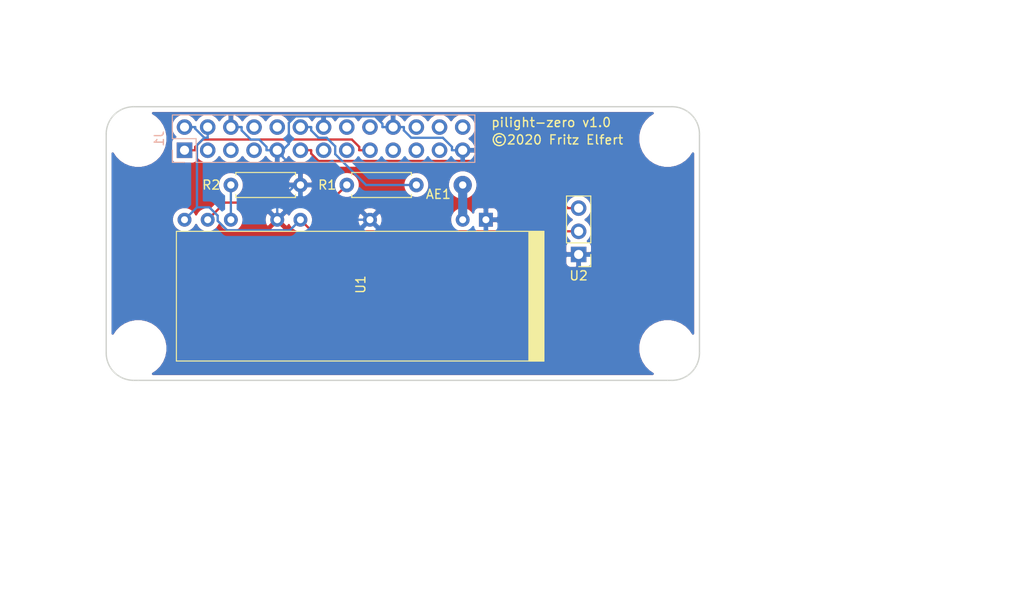
<source format=kicad_pcb>
(kicad_pcb (version 20171130) (host pcbnew 5.1.6-1.fc31)

  (general
    (thickness 1.6)
    (drawings 24)
    (tracks 82)
    (zones 0)
    (modules 10)
    (nets 24)
  )

  (page A4)
  (title_block
    (title "Raspberry Pi Zero (W) uHAT Template Board")
    (date 2019-02-28)
    (rev 1.0)
    (comment 1 "This PCB design is licensed under MIT Open Source License.")
  )

  (layers
    (0 F.Cu signal hide)
    (31 B.Cu signal hide)
    (32 B.Adhes user)
    (33 F.Adhes user)
    (34 B.Paste user)
    (35 F.Paste user)
    (36 B.SilkS user)
    (37 F.SilkS user)
    (38 B.Mask user)
    (39 F.Mask user)
    (40 Dwgs.User user)
    (41 Cmts.User user)
    (42 Eco1.User user)
    (43 Eco2.User user)
    (44 Edge.Cuts user)
    (45 Margin user)
    (46 B.CrtYd user)
    (47 F.CrtYd user)
    (48 B.Fab user)
    (49 F.Fab user)
  )

  (setup
    (last_trace_width 0.25)
    (trace_clearance 0.2)
    (zone_clearance 0.508)
    (zone_45_only no)
    (trace_min 0.2)
    (via_size 0.8)
    (via_drill 0.4)
    (via_min_size 0.4)
    (via_min_drill 0.3)
    (uvia_size 0.3)
    (uvia_drill 0.1)
    (uvias_allowed no)
    (uvia_min_size 0.2)
    (uvia_min_drill 0.1)
    (edge_width 0.15)
    (segment_width 0.2)
    (pcb_text_width 0.3)
    (pcb_text_size 1.5 1.5)
    (mod_edge_width 0.15)
    (mod_text_size 1 1)
    (mod_text_width 0.15)
    (pad_size 1.524 1.524)
    (pad_drill 0.762)
    (pad_to_mask_clearance 0.051)
    (solder_mask_min_width 0.25)
    (aux_axis_origin 0 0)
    (grid_origin 121.032 94.568)
    (visible_elements FFFFFF7F)
    (pcbplotparams
      (layerselection 0x010fc_ffffffff)
      (usegerberextensions false)
      (usegerberattributes false)
      (usegerberadvancedattributes false)
      (creategerberjobfile false)
      (excludeedgelayer true)
      (linewidth 0.100000)
      (plotframeref false)
      (viasonmask false)
      (mode 1)
      (useauxorigin false)
      (hpglpennumber 1)
      (hpglpenspeed 20)
      (hpglpendiameter 15.000000)
      (psnegative false)
      (psa4output false)
      (plotreference true)
      (plotvalue true)
      (plotinvisibletext false)
      (padsonsilk false)
      (subtractmaskfromsilk false)
      (outputformat 1)
      (mirror false)
      (drillshape 1)
      (scaleselection 1)
      (outputdirectory ""))
  )

  (net 0 "")
  (net 1 +3V3)
  (net 2 GND)
  (net 3 /GPIO4_GPIO_GCLK)
  (net 4 /GPIO14_TXD0)
  (net 5 /GPIO15_RXD0)
  (net 6 /GPIO18_GEN1)
  (net 7 /GPIO27_GEN2)
  (net 8 /GPIO22_GEN3)
  (net 9 /GPIO23_GEN4)
  (net 10 /GPIO24_GEN5)
  (net 11 /GPIO10_SPI_MOSI)
  (net 12 /GPIO9_SPI_MISO)
  (net 13 /GPIO25_GEN6)
  (net 14 /GPIO11_SPI_SCLK)
  (net 15 /GPIO8_SPI_CE0_N)
  (net 16 /GPIO7_SPI_CE1_N)
  (net 17 /GPIO3_SCL1)
  (net 18 +5V)
  (net 19 /GPIO2_SDA1)
  (net 20 "Net-(AE1-Pad1)")
  (net 21 "Net-(J1-Pad11)")
  (net 22 "Net-(R1-Pad1)")
  (net 23 "Net-(R2-Pad1)")

  (net_class Default "This is the default net class."
    (clearance 0.2)
    (trace_width 0.25)
    (via_dia 0.8)
    (via_drill 0.4)
    (uvia_dia 0.3)
    (uvia_drill 0.1)
    (add_net +3V3)
    (add_net +5V)
    (add_net /GPIO10_SPI_MOSI)
    (add_net /GPIO11_SPI_SCLK)
    (add_net /GPIO14_TXD0)
    (add_net /GPIO15_RXD0)
    (add_net /GPIO18_GEN1)
    (add_net /GPIO22_GEN3)
    (add_net /GPIO23_GEN4)
    (add_net /GPIO24_GEN5)
    (add_net /GPIO25_GEN6)
    (add_net /GPIO27_GEN2)
    (add_net /GPIO2_SDA1)
    (add_net /GPIO3_SCL1)
    (add_net /GPIO4_GPIO_GCLK)
    (add_net /GPIO7_SPI_CE1_N)
    (add_net /GPIO8_SPI_CE0_N)
    (add_net /GPIO9_SPI_MISO)
    (add_net GND)
    (add_net "Net-(AE1-Pad1)")
    (add_net "Net-(J1-Pad11)")
    (add_net "Net-(R1-Pad1)")
    (add_net "Net-(R2-Pad1)")
  )

  (module Connector_PinHeader_2.54mm:PinHeader_1x03_P2.54mm_Vertical (layer F.Cu) (tedit 59FED5CC) (tstamp 5E1A8AE5)
    (at 169.292 107.268 180)
    (descr "Through hole straight pin header, 1x03, 2.54mm pitch, single row")
    (tags "Through hole pin header THT 1x03 2.54mm single row")
    (path /5E1AE133)
    (fp_text reference U2 (at 0 -2.33) (layer F.SilkS)
      (effects (font (size 1 1) (thickness 0.15)))
    )
    (fp_text value TX_433Mhz (at 0 7.41) (layer F.Fab)
      (effects (font (size 1 1) (thickness 0.15)))
    )
    (fp_line (start -0.635 -1.27) (end 1.27 -1.27) (layer F.Fab) (width 0.1))
    (fp_line (start 1.27 -1.27) (end 1.27 6.35) (layer F.Fab) (width 0.1))
    (fp_line (start 1.27 6.35) (end -1.27 6.35) (layer F.Fab) (width 0.1))
    (fp_line (start -1.27 6.35) (end -1.27 -0.635) (layer F.Fab) (width 0.1))
    (fp_line (start -1.27 -0.635) (end -0.635 -1.27) (layer F.Fab) (width 0.1))
    (fp_line (start -1.33 6.41) (end 1.33 6.41) (layer F.SilkS) (width 0.12))
    (fp_line (start -1.33 1.27) (end -1.33 6.41) (layer F.SilkS) (width 0.12))
    (fp_line (start 1.33 1.27) (end 1.33 6.41) (layer F.SilkS) (width 0.12))
    (fp_line (start -1.33 1.27) (end 1.33 1.27) (layer F.SilkS) (width 0.12))
    (fp_line (start -1.33 0) (end -1.33 -1.33) (layer F.SilkS) (width 0.12))
    (fp_line (start -1.33 -1.33) (end 0 -1.33) (layer F.SilkS) (width 0.12))
    (fp_line (start -1.8 -1.8) (end -1.8 6.85) (layer F.CrtYd) (width 0.05))
    (fp_line (start -1.8 6.85) (end 1.8 6.85) (layer F.CrtYd) (width 0.05))
    (fp_line (start 1.8 6.85) (end 1.8 -1.8) (layer F.CrtYd) (width 0.05))
    (fp_line (start 1.8 -1.8) (end -1.8 -1.8) (layer F.CrtYd) (width 0.05))
    (fp_text user %R (at 0 2.54 90) (layer F.Fab)
      (effects (font (size 1 1) (thickness 0.15)))
    )
    (pad 3 thru_hole oval (at 0 5.08 180) (size 1.7 1.7) (drill 1) (layers *.Cu *.Mask)
      (net 21 "Net-(J1-Pad11)"))
    (pad 2 thru_hole oval (at 0 2.54 180) (size 1.7 1.7) (drill 1) (layers *.Cu *.Mask)
      (net 18 +5V))
    (pad 1 thru_hole rect (at 0 0 180) (size 1.7 1.7) (drill 1) (layers *.Cu *.Mask)
      (net 2 GND))
    (model ${KISYS3DMOD}/Connector_PinHeader_2.54mm.3dshapes/PinHeader_1x03_P2.54mm_Vertical.wrl
      (at (xyz 0 0 0))
      (scale (xyz 1 1 1))
      (rotate (xyz 0 0 0))
    )
  )

  (module Connector_Wire:SolderWirePad_1x01_Drill0.8mm (layer F.Cu) (tedit 5A2676A0) (tstamp 5E1A998B)
    (at 156.592 99.648)
    (descr "Wire solder connection")
    (tags connector)
    (path /5E20364F)
    (attr virtual)
    (fp_text reference AE1 (at -2.667 1.016) (layer F.SilkS)
      (effects (font (size 1 1) (thickness 0.15)))
    )
    (fp_text value Antenna (at 0 2.54) (layer F.Fab)
      (effects (font (size 1 1) (thickness 0.15)))
    )
    (fp_line (start -1.5 -1.5) (end 1.5 -1.5) (layer F.CrtYd) (width 0.05))
    (fp_line (start -1.5 -1.5) (end -1.5 1.5) (layer F.CrtYd) (width 0.05))
    (fp_line (start 1.5 1.5) (end 1.5 -1.5) (layer F.CrtYd) (width 0.05))
    (fp_line (start 1.5 1.5) (end -1.5 1.5) (layer F.CrtYd) (width 0.05))
    (fp_text user %R (at 0 0) (layer F.Fab)
      (effects (font (size 1 1) (thickness 0.15)))
    )
    (pad 1 thru_hole circle (at 0 0) (size 1.99898 1.99898) (drill 0.8001) (layers *.Cu *.Mask)
      (net 20 "Net-(AE1-Pad1)"))
  )

  (module lib:RX-4M50RR30SF (layer F.Cu) (tedit 5E1A2FC2) (tstamp 5E1A8AD0)
    (at 159.132 103.458 270)
    (descr "Aurel RX-4M50RR30SF 433Mhz receiver horizontal")
    (path /5E1AD760)
    (fp_text reference U1 (at 7.112 13.716 90) (layer F.SilkS)
      (effects (font (size 1 1) (thickness 0.15)))
    )
    (fp_text value RX-4M50RR30SF (at 6.604 35.687 90) (layer F.Fab)
      (effects (font (size 1 1) (thickness 0.15)))
    )
    (fp_line (start -1.27 -6.73) (end 15.874 -6.73) (layer F.CrtYd) (width 0.12))
    (fp_line (start 15.874 -6.73) (end 15.874 34.29) (layer F.CrtYd) (width 0.12))
    (fp_line (start 1.27 33.909) (end 15.494 33.909) (layer F.SilkS) (width 0.12))
    (fp_line (start -1.27 34.29) (end -1.27 -6.73) (layer F.CrtYd) (width 0.12))
    (fp_line (start -1.27 34.29) (end 15.874 34.29) (layer F.CrtYd) (width 0.12))
    (fp_line (start 15.494 -6.35) (end 15.494 33.909) (layer F.SilkS) (width 0.12))
    (fp_line (start 1.27 -6.35) (end 15.494 -6.35) (layer F.SilkS) (width 0.12))
    (fp_line (start 1.27 33.909) (end 1.27 -6.35) (layer F.SilkS) (width 0.12))
    (fp_poly (pts (xy 15.494 -4.699) (xy 1.27 -4.699) (xy 1.27 -6.35) (xy 15.494 -6.35)) (layer F.SilkS) (width 0.1))
    (pad 15 thru_hole circle (at 0 33.02 270) (size 1.524 1.524) (drill 0.762) (layers *.Cu *.Mask)
      (net 18 +5V))
    (pad 14 thru_hole circle (at 0 30.48 270) (size 1.524 1.524) (drill 0.762) (layers *.Cu *.Mask)
      (net 22 "Net-(R1-Pad1)"))
    (pad 13 thru_hole circle (at 0 27.94 270) (size 1.524 1.524) (drill 0.762) (layers *.Cu *.Mask)
      (net 23 "Net-(R2-Pad1)"))
    (pad 11 thru_hole circle (at 0 22.86 270) (size 1.524 1.524) (drill 0.762) (layers *.Cu *.Mask)
      (net 2 GND))
    (pad 10 thru_hole circle (at 0 20.32 270) (size 1.524 1.524) (drill 0.762) (layers *.Cu *.Mask)
      (net 18 +5V))
    (pad 7 thru_hole circle (at 0 12.7 270) (size 1.524 1.524) (drill 0.762) (layers *.Cu *.Mask)
      (net 2 GND))
    (pad 3 thru_hole circle (at 0 2.54 270) (size 1.524 1.524) (drill 0.762) (layers *.Cu *.Mask)
      (net 20 "Net-(AE1-Pad1)"))
    (pad 2 thru_hole rect (at 0 0 270) (size 1.524 1.524) (drill 0.762) (layers *.Cu *.Mask)
      (net 2 GND))
  )

  (module Resistor_THT:R_Axial_DIN0207_L6.3mm_D2.5mm_P7.62mm_Horizontal (layer F.Cu) (tedit 5AE5139B) (tstamp 5E1A8ABB)
    (at 131.192 99.648)
    (descr "Resistor, Axial_DIN0207 series, Axial, Horizontal, pin pitch=7.62mm, 0.25W = 1/4W, length*diameter=6.3*2.5mm^2, http://cdn-reichelt.de/documents/datenblatt/B400/1_4W%23YAG.pdf")
    (tags "Resistor Axial_DIN0207 series Axial Horizontal pin pitch 7.62mm 0.25W = 1/4W length 6.3mm diameter 2.5mm")
    (path /5E1DB043)
    (fp_text reference R2 (at -2.159 0) (layer F.SilkS)
      (effects (font (size 1 1) (thickness 0.15)))
    )
    (fp_text value 820k (at 3.81 2.37) (layer F.Fab)
      (effects (font (size 1 1) (thickness 0.15)))
    )
    (fp_line (start 0.66 -1.25) (end 0.66 1.25) (layer F.Fab) (width 0.1))
    (fp_line (start 0.66 1.25) (end 6.96 1.25) (layer F.Fab) (width 0.1))
    (fp_line (start 6.96 1.25) (end 6.96 -1.25) (layer F.Fab) (width 0.1))
    (fp_line (start 6.96 -1.25) (end 0.66 -1.25) (layer F.Fab) (width 0.1))
    (fp_line (start 0 0) (end 0.66 0) (layer F.Fab) (width 0.1))
    (fp_line (start 7.62 0) (end 6.96 0) (layer F.Fab) (width 0.1))
    (fp_line (start 0.54 -1.04) (end 0.54 -1.37) (layer F.SilkS) (width 0.12))
    (fp_line (start 0.54 -1.37) (end 7.08 -1.37) (layer F.SilkS) (width 0.12))
    (fp_line (start 7.08 -1.37) (end 7.08 -1.04) (layer F.SilkS) (width 0.12))
    (fp_line (start 0.54 1.04) (end 0.54 1.37) (layer F.SilkS) (width 0.12))
    (fp_line (start 0.54 1.37) (end 7.08 1.37) (layer F.SilkS) (width 0.12))
    (fp_line (start 7.08 1.37) (end 7.08 1.04) (layer F.SilkS) (width 0.12))
    (fp_line (start -1.05 -1.5) (end -1.05 1.5) (layer F.CrtYd) (width 0.05))
    (fp_line (start -1.05 1.5) (end 8.67 1.5) (layer F.CrtYd) (width 0.05))
    (fp_line (start 8.67 1.5) (end 8.67 -1.5) (layer F.CrtYd) (width 0.05))
    (fp_line (start 8.67 -1.5) (end -1.05 -1.5) (layer F.CrtYd) (width 0.05))
    (fp_text user %R (at 3.81 0) (layer F.Fab)
      (effects (font (size 1 1) (thickness 0.15)))
    )
    (pad 2 thru_hole oval (at 7.62 0) (size 1.6 1.6) (drill 0.8) (layers *.Cu *.Mask)
      (net 2 GND))
    (pad 1 thru_hole circle (at 0 0) (size 1.6 1.6) (drill 0.8) (layers *.Cu *.Mask)
      (net 23 "Net-(R2-Pad1)"))
    (model ${KISYS3DMOD}/Resistor_THT.3dshapes/R_Axial_DIN0207_L6.3mm_D2.5mm_P7.62mm_Horizontal.wrl
      (at (xyz 0 0 0))
      (scale (xyz 1 1 1))
      (rotate (xyz 0 0 0))
    )
  )

  (module Resistor_THT:R_Axial_DIN0207_L6.3mm_D2.5mm_P7.62mm_Horizontal (layer F.Cu) (tedit 5AE5139B) (tstamp 5E1A8AA4)
    (at 143.892 99.648)
    (descr "Resistor, Axial_DIN0207 series, Axial, Horizontal, pin pitch=7.62mm, 0.25W = 1/4W, length*diameter=6.3*2.5mm^2, http://cdn-reichelt.de/documents/datenblatt/B400/1_4W%23YAG.pdf")
    (tags "Resistor Axial_DIN0207 series Axial Horizontal pin pitch 7.62mm 0.25W = 1/4W length 6.3mm diameter 2.5mm")
    (path /5E1D6DA3)
    (fp_text reference R1 (at -2.159 0) (layer F.SilkS)
      (effects (font (size 1 1) (thickness 0.15)))
    )
    (fp_text value 1k (at 3.81 2.37) (layer F.Fab)
      (effects (font (size 1 1) (thickness 0.15)))
    )
    (fp_line (start 0.66 -1.25) (end 0.66 1.25) (layer F.Fab) (width 0.1))
    (fp_line (start 0.66 1.25) (end 6.96 1.25) (layer F.Fab) (width 0.1))
    (fp_line (start 6.96 1.25) (end 6.96 -1.25) (layer F.Fab) (width 0.1))
    (fp_line (start 6.96 -1.25) (end 0.66 -1.25) (layer F.Fab) (width 0.1))
    (fp_line (start 0 0) (end 0.66 0) (layer F.Fab) (width 0.1))
    (fp_line (start 7.62 0) (end 6.96 0) (layer F.Fab) (width 0.1))
    (fp_line (start 0.54 -1.04) (end 0.54 -1.37) (layer F.SilkS) (width 0.12))
    (fp_line (start 0.54 -1.37) (end 7.08 -1.37) (layer F.SilkS) (width 0.12))
    (fp_line (start 7.08 -1.37) (end 7.08 -1.04) (layer F.SilkS) (width 0.12))
    (fp_line (start 0.54 1.04) (end 0.54 1.37) (layer F.SilkS) (width 0.12))
    (fp_line (start 0.54 1.37) (end 7.08 1.37) (layer F.SilkS) (width 0.12))
    (fp_line (start 7.08 1.37) (end 7.08 1.04) (layer F.SilkS) (width 0.12))
    (fp_line (start -1.05 -1.5) (end -1.05 1.5) (layer F.CrtYd) (width 0.05))
    (fp_line (start -1.05 1.5) (end 8.67 1.5) (layer F.CrtYd) (width 0.05))
    (fp_line (start 8.67 1.5) (end 8.67 -1.5) (layer F.CrtYd) (width 0.05))
    (fp_line (start 8.67 -1.5) (end -1.05 -1.5) (layer F.CrtYd) (width 0.05))
    (fp_text user %R (at 3.81 0) (layer F.Fab)
      (effects (font (size 1 1) (thickness 0.15)))
    )
    (pad 2 thru_hole oval (at 7.62 0) (size 1.6 1.6) (drill 0.8) (layers *.Cu *.Mask)
      (net 6 /GPIO18_GEN1))
    (pad 1 thru_hole circle (at 0 0) (size 1.6 1.6) (drill 0.8) (layers *.Cu *.Mask)
      (net 22 "Net-(R1-Pad1)"))
    (model ${KISYS3DMOD}/Resistor_THT.3dshapes/R_Axial_DIN0207_L6.3mm_D2.5mm_P7.62mm_Horizontal.wrl
      (at (xyz 0 0 0))
      (scale (xyz 1 1 1))
      (rotate (xyz 0 0 0))
    )
  )

  (module lib:PinSocket_2x13_P2.54mm_Vertical_Special_Anchor (layer B.Cu) (tedit 5E19EEC8) (tstamp 5C78EB08)
    (at 150.242 94.568 270)
    (descr "Through hole straight socket strip, 2x13, 2.54mm pitch, double cols (from Kicad 4.0.7), script generated")
    (tags "Through hole socket strip THT 2x13 2.54mm double row")
    (path /5C77771F)
    (fp_text reference J1 (at 0 26.9 90) (layer B.SilkS)
      (effects (font (size 1 1) (thickness 0.15)) (justify mirror))
    )
    (fp_text value "GPIO partial" (at 0 -9.14 90) (layer B.Fab)
      (effects (font (size 1 1) (thickness 0.15)) (justify mirror))
    )
    (fp_line (start -2.54 25.4) (end 1.54 25.4) (layer B.Fab) (width 0.1))
    (fp_line (start 1.54 25.4) (end 2.54 24.4) (layer B.Fab) (width 0.1))
    (fp_line (start 2.54 24.4) (end 2.54 -7.62) (layer B.Fab) (width 0.1))
    (fp_line (start 2.54 -7.62) (end -2.54 -7.62) (layer B.Fab) (width 0.1))
    (fp_line (start -2.54 -7.62) (end -2.54 25.4) (layer B.Fab) (width 0.1))
    (fp_line (start -2.6 25.46) (end 0 25.46) (layer B.SilkS) (width 0.12))
    (fp_line (start -2.6 25.4) (end -2.6 -7.68) (layer B.SilkS) (width 0.12))
    (fp_line (start -2.6 -7.68) (end 2.6 -7.68) (layer B.SilkS) (width 0.12))
    (fp_line (start 2.6 22.86) (end 2.6 -7.62) (layer B.SilkS) (width 0.12))
    (fp_line (start 0 22.86) (end 2.6 22.86) (layer B.SilkS) (width 0.12))
    (fp_line (start 0 25.46) (end 0 22.86) (layer B.SilkS) (width 0.12))
    (fp_line (start 2.6 25.46) (end 2.6 24.13) (layer B.SilkS) (width 0.12))
    (fp_line (start 1.27 25.46) (end 2.6 25.46) (layer B.SilkS) (width 0.12))
    (fp_line (start -3.07 25.93) (end 3.03 25.93) (layer B.CrtYd) (width 0.05))
    (fp_line (start 3.03 25.93) (end 3.03 -8.18) (layer B.CrtYd) (width 0.05))
    (fp_line (start 3.03 -8.18) (end -3.07 -8.18) (layer B.CrtYd) (width 0.05))
    (fp_line (start -3.07 -8.18) (end -3.07 25.93) (layer B.CrtYd) (width 0.05))
    (fp_text user %R (at 0 0 180) (layer B.Fab)
      (effects (font (size 1 1) (thickness 0.15)) (justify mirror))
    )
    (pad 26 thru_hole oval (at -1.27 -6.35 270) (size 1.7 1.7) (drill 1) (layers *.Cu *.Mask)
      (net 16 /GPIO7_SPI_CE1_N))
    (pad 25 thru_hole oval (at 1.27 -6.35 270) (size 1.7 1.7) (drill 1) (layers *.Cu *.Mask)
      (net 2 GND))
    (pad 24 thru_hole oval (at -1.27 -3.81 270) (size 1.7 1.7) (drill 1) (layers *.Cu *.Mask)
      (net 15 /GPIO8_SPI_CE0_N))
    (pad 23 thru_hole oval (at 1.27 -3.81 270) (size 1.7 1.7) (drill 1) (layers *.Cu *.Mask)
      (net 14 /GPIO11_SPI_SCLK))
    (pad 22 thru_hole oval (at -1.27 -1.27 270) (size 1.7 1.7) (drill 1) (layers *.Cu *.Mask)
      (net 13 /GPIO25_GEN6))
    (pad 21 thru_hole oval (at 1.27 -1.27 270) (size 1.7 1.7) (drill 1) (layers *.Cu *.Mask)
      (net 12 /GPIO9_SPI_MISO))
    (pad 20 thru_hole oval (at -1.27 1.27 270) (size 1.7 1.7) (drill 1) (layers *.Cu *.Mask)
      (net 2 GND))
    (pad 19 thru_hole oval (at 1.27 1.27 270) (size 1.7 1.7) (drill 1) (layers *.Cu *.Mask)
      (net 11 /GPIO10_SPI_MOSI))
    (pad 18 thru_hole oval (at -1.27 3.81 270) (size 1.7 1.7) (drill 1) (layers *.Cu *.Mask)
      (net 10 /GPIO24_GEN5))
    (pad 17 thru_hole oval (at 1.27 3.81 270) (size 1.7 1.7) (drill 1) (layers *.Cu *.Mask)
      (net 1 +3V3))
    (pad 16 thru_hole oval (at -1.27 6.35 270) (size 1.7 1.7) (drill 1) (layers *.Cu *.Mask)
      (net 9 /GPIO23_GEN4))
    (pad 15 thru_hole oval (at 1.27 6.35 270) (size 1.7 1.7) (drill 1) (layers *.Cu *.Mask)
      (net 8 /GPIO22_GEN3))
    (pad 14 thru_hole oval (at -1.27 8.89 270) (size 1.7 1.7) (drill 1) (layers *.Cu *.Mask)
      (net 2 GND))
    (pad 13 thru_hole oval (at 1.27 8.89 270) (size 1.7 1.7) (drill 1) (layers *.Cu *.Mask)
      (net 7 /GPIO27_GEN2))
    (pad 12 thru_hole oval (at -1.27 11.43 270) (size 1.7 1.7) (drill 1) (layers *.Cu *.Mask)
      (net 6 /GPIO18_GEN1))
    (pad 11 thru_hole oval (at 1.27 11.43 270) (size 1.7 1.7) (drill 1) (layers *.Cu *.Mask)
      (net 21 "Net-(J1-Pad11)"))
    (pad 10 thru_hole oval (at -1.27 13.97 270) (size 1.7 1.7) (drill 1) (layers *.Cu *.Mask)
      (net 5 /GPIO15_RXD0))
    (pad 9 thru_hole oval (at 1.27 13.97 270) (size 1.7 1.7) (drill 1) (layers *.Cu *.Mask)
      (net 2 GND))
    (pad 8 thru_hole oval (at -1.27 16.51 270) (size 1.7 1.7) (drill 1) (layers *.Cu *.Mask)
      (net 4 /GPIO14_TXD0))
    (pad 7 thru_hole oval (at 1.27 16.51 270) (size 1.7 1.7) (drill 1) (layers *.Cu *.Mask)
      (net 3 /GPIO4_GPIO_GCLK))
    (pad 6 thru_hole oval (at -1.27 19.05 270) (size 1.7 1.7) (drill 1) (layers *.Cu *.Mask)
      (net 2 GND))
    (pad 5 thru_hole oval (at 1.27 19.05 270) (size 1.7 1.7) (drill 1) (layers *.Cu *.Mask)
      (net 17 /GPIO3_SCL1))
    (pad 4 thru_hole oval (at -1.27 21.59 270) (size 1.7 1.7) (drill 1) (layers *.Cu *.Mask)
      (net 18 +5V))
    (pad 3 thru_hole oval (at 1.27 21.59 270) (size 1.7 1.7) (drill 1) (layers *.Cu *.Mask)
      (net 19 /GPIO2_SDA1))
    (pad 2 thru_hole oval (at -1.27 24.13 270) (size 1.7 1.7) (drill 1) (layers *.Cu *.Mask)
      (net 18 +5V))
    (pad 1 thru_hole rect (at 1.27 24.13 270) (size 1.7 1.7) (drill 1) (layers *.Cu *.Mask)
      (net 1 +3V3))
    (model ${KISYS3DMOD}/Connector_PinSocket_2.54mm.3dshapes/PinSocket_2x13_P2.54mm_Vertical.wrl
      (offset (xyz 1.25 24.25 0))
      (scale (xyz 1 1 1))
      (rotate (xyz 0 0 0))
    )
  )

  (module lib:MountingHole_2.7mm_M2.5_uHAT_RPi locked (layer F.Cu) (tedit 5C78B840) (tstamp 5C78BBE2)
    (at 121.032 94.568)
    (descr "Mounting Hole 2.7mm, no annular, M2.5")
    (tags "mounting hole 2.7mm no annular m2.5")
    (path /5C7C4C81)
    (attr virtual)
    (fp_text reference H1 (at 0 -3.7) (layer F.SilkS) hide
      (effects (font (size 1 1) (thickness 0.15)))
    )
    (fp_text value MountingHole (at 0 3.7) (layer F.Fab) hide
      (effects (font (size 1 1) (thickness 0.15)))
    )
    (fp_circle (center 0 0) (end 2.95 0) (layer F.CrtYd) (width 0.05))
    (fp_circle (center 0 0) (end 2.7 0) (layer Cmts.User) (width 0.15))
    (fp_text user %R (at 0.3 0) (layer F.Fab)
      (effects (font (size 1 1) (thickness 0.15)))
    )
    (pad "" np_thru_hole circle (at 0 0) (size 2.7 2.7) (drill 2.7) (layers *.Cu *.Mask)
      (clearance 1.75))
  )

  (module lib:MountingHole_2.7mm_M2.5_uHAT_RPi locked (layer F.Cu) (tedit 5C78B867) (tstamp 5C78BBE9)
    (at 179.032 94.568)
    (descr "Mounting Hole 2.7mm, no annular, M2.5")
    (tags "mounting hole 2.7mm no annular m2.5")
    (path /5C7C7FBC)
    (attr virtual)
    (fp_text reference H2 (at 0 -3.7) (layer F.SilkS) hide
      (effects (font (size 1 1) (thickness 0.15)))
    )
    (fp_text value MountingHole (at 0 3.7) (layer F.Fab) hide
      (effects (font (size 1 1) (thickness 0.15)))
    )
    (fp_circle (center 0 0) (end 2.7 0) (layer Cmts.User) (width 0.15))
    (fp_circle (center 0 0) (end 2.95 0) (layer F.CrtYd) (width 0.05))
    (fp_text user %R (at 0.3 0) (layer F.Fab)
      (effects (font (size 1 1) (thickness 0.15)))
    )
    (pad "" np_thru_hole circle (at 0 0) (size 2.7 2.7) (drill 2.7) (layers *.Cu *.Mask)
      (clearance 1.75))
  )

  (module lib:MountingHole_2.7mm_M2.5_uHAT_RPi locked (layer F.Cu) (tedit 5C78B860) (tstamp 5C78BBF0)
    (at 179.032 117.568)
    (descr "Mounting Hole 2.7mm, no annular, M2.5")
    (tags "mounting hole 2.7mm no annular m2.5")
    (path /5C7C8014)
    (attr virtual)
    (fp_text reference H3 (at 0 -3.7) (layer F.SilkS) hide
      (effects (font (size 1 1) (thickness 0.15)))
    )
    (fp_text value MountingHole (at 0 3.7) (layer F.Fab) hide
      (effects (font (size 1 1) (thickness 0.15)))
    )
    (fp_circle (center 0 0) (end 2.95 0) (layer F.CrtYd) (width 0.05))
    (fp_circle (center 0 0) (end 2.7 0) (layer Cmts.User) (width 0.15))
    (fp_text user %R (at 0.3 0) (layer F.Fab)
      (effects (font (size 1 1) (thickness 0.15)))
    )
    (pad "" np_thru_hole circle (at 0 0) (size 2.7 2.7) (drill 2.7) (layers *.Cu *.Mask)
      (clearance 1.75))
  )

  (module lib:MountingHole_2.7mm_M2.5_uHAT_RPi locked (layer F.Cu) (tedit 5C78B845) (tstamp 5C78BBF7)
    (at 121.032 117.568)
    (descr "Mounting Hole 2.7mm, no annular, M2.5")
    (tags "mounting hole 2.7mm no annular m2.5")
    (path /5C7C8030)
    (attr virtual)
    (fp_text reference H4 (at 0 -3.7) (layer F.SilkS) hide
      (effects (font (size 1 1) (thickness 0.15)))
    )
    (fp_text value MountingHole (at 0 3.7) (layer F.Fab) hide
      (effects (font (size 1 1) (thickness 0.15)))
    )
    (fp_circle (center 0 0) (end 2.7 0) (layer Cmts.User) (width 0.15))
    (fp_circle (center 0 0) (end 2.95 0) (layer F.CrtYd) (width 0.05))
    (fp_text user %R (at 0.3 0) (layer F.Fab)
      (effects (font (size 1 1) (thickness 0.15)))
    )
    (pad "" np_thru_hole circle (at 0 0) (size 2.7 2.7) (drill 2.7) (layers *.Cu *.Mask)
      (clearance 1.75))
  )

  (gr_text "©2020 Fritz Elfert" (at 159.64 94.695) (layer F.SilkS)
    (effects (font (size 1 1) (thickness 0.15)) (justify left))
  )
  (gr_poly (pts (xy 172.721 111.459) (xy 171.705 111.459) (xy 171.705 109.808) (xy 172.721 109.808)) (layer F.Mask) (width 0.1) (tstamp 5E1AA12A))
  (gr_text "pilight-zero v1.0" (at 159.64 92.79) (layer F.SilkS)
    (effects (font (size 1 1) (thickness 0.15)) (justify left))
  )
  (gr_poly (pts (xy 159.64 100.537) (xy 158.624 100.537) (xy 158.624 98.886) (xy 159.64 98.886)) (layer F.Mask) (width 0.1))
  (gr_text "Board dimensions are on Cmts (Comments) layer. \nDeselect it in Layers Manager to make them invisible.\n\nGPIO connector nets are not connected, these will get \nupdated as per your schematic/netlist." (at 120.524 139.272) (layer Cmts.User)
    (effects (font (size 1.5 1.5) (thickness 0.3)) (justify left))
  )
  (gr_text "Board Corner Radius = 3mm\nAll holes are M2.5" (at 184.278 87.202) (layer Cmts.User)
    (effects (font (size 1.5 1.5) (thickness 0.3)) (justify left))
  )
  (dimension 29 (width 0.3) (layer Cmts.User)
    (gr_text "29.000 mm" (at 135.532 103.868) (layer Cmts.User)
      (effects (font (size 1.5 1.5) (thickness 0.3)))
    )
    (feature1 (pts (xy 121.032 94.568) (xy 121.032 102.354421)))
    (feature2 (pts (xy 150.032 94.568) (xy 150.032 102.354421)))
    (crossbar (pts (xy 150.032 101.768) (xy 121.032 101.768)))
    (arrow1a (pts (xy 121.032 101.768) (xy 122.158504 101.181579)))
    (arrow1b (pts (xy 121.032 101.768) (xy 122.158504 102.354421)))
    (arrow2a (pts (xy 150.032 101.768) (xy 148.905496 101.181579)))
    (arrow2b (pts (xy 150.032 101.768) (xy 148.905496 102.354421)))
  )
  (dimension 6.2 (width 0.3) (layer Cmts.User)
    (gr_text "6.200 mm" (at 179.032 129.268) (layer Cmts.User)
      (effects (font (size 1.5 1.5) (thickness 0.3)))
    )
    (feature1 (pts (xy 182.132 117.568) (xy 182.132 127.754421)))
    (feature2 (pts (xy 175.932 117.568) (xy 175.932 127.754421)))
    (crossbar (pts (xy 175.932 127.168) (xy 182.132 127.168)))
    (arrow1a (pts (xy 182.132 127.168) (xy 181.005496 127.754421)))
    (arrow1b (pts (xy 182.132 127.168) (xy 181.005496 126.581579)))
    (arrow2a (pts (xy 175.932 127.168) (xy 177.058504 127.754421)))
    (arrow2b (pts (xy 175.932 127.168) (xy 177.058504 126.581579)))
  )
  (dimension 3.5 (width 0.3) (layer Cmts.User)
    (gr_text "3.500 mm" (at 111.432 119.318 270) (layer Cmts.User)
      (effects (font (size 1.5 1.5) (thickness 0.3)))
    )
    (feature1 (pts (xy 121.032 121.068) (xy 112.945579 121.068)))
    (feature2 (pts (xy 121.032 117.568) (xy 112.945579 117.568)))
    (crossbar (pts (xy 113.532 117.568) (xy 113.532 121.068)))
    (arrow1a (pts (xy 113.532 121.068) (xy 112.945579 119.941496)))
    (arrow1b (pts (xy 113.532 121.068) (xy 114.118421 119.941496)))
    (arrow2a (pts (xy 113.532 117.568) (xy 112.945579 118.694504)))
    (arrow2b (pts (xy 113.532 117.568) (xy 114.118421 118.694504)))
  )
  (dimension 3.5 (width 0.3) (layer Cmts.User)
    (gr_text "3.500 mm" (at 119.282 125.668) (layer Cmts.User)
      (effects (font (size 1.5 1.5) (thickness 0.3)))
    )
    (feature1 (pts (xy 117.532 117.568) (xy 117.532 124.154421)))
    (feature2 (pts (xy 121.032 117.568) (xy 121.032 124.154421)))
    (crossbar (pts (xy 121.032 123.568) (xy 117.532 123.568)))
    (arrow1a (pts (xy 117.532 123.568) (xy 118.658504 122.981579)))
    (arrow1b (pts (xy 117.532 123.568) (xy 118.658504 124.154421)))
    (arrow2a (pts (xy 121.032 123.568) (xy 119.905496 122.981579)))
    (arrow2b (pts (xy 121.032 123.568) (xy 119.905496 124.154421)))
  )
  (dimension 30 (width 0.3) (layer Cmts.User)
    (gr_text "30.000 mm" (at 194.132 106.068 270) (layer Cmts.User)
      (effects (font (size 1.5 1.5) (thickness 0.3)))
    )
    (feature1 (pts (xy 179.032 121.068) (xy 192.618421 121.068)))
    (feature2 (pts (xy 179.032 91.068) (xy 192.618421 91.068)))
    (crossbar (pts (xy 192.032 91.068) (xy 192.032 121.068)))
    (arrow1a (pts (xy 192.032 121.068) (xy 191.445579 119.941496)))
    (arrow1b (pts (xy 192.032 121.068) (xy 192.618421 119.941496)))
    (arrow2a (pts (xy 192.032 91.068) (xy 191.445579 92.194504)))
    (arrow2b (pts (xy 192.032 91.068) (xy 192.618421 92.194504)))
  )
  (dimension 23 (width 0.3) (layer Cmts.User)
    (gr_text "23.000 mm" (at 188.632 106.068 270) (layer Cmts.User)
      (effects (font (size 1.5 1.5) (thickness 0.3)))
    )
    (feature1 (pts (xy 179.032 117.568) (xy 187.118421 117.568)))
    (feature2 (pts (xy 179.032 94.568) (xy 187.118421 94.568)))
    (crossbar (pts (xy 186.532 94.568) (xy 186.532 117.568)))
    (arrow1a (pts (xy 186.532 117.568) (xy 185.945579 116.441496)))
    (arrow1b (pts (xy 186.532 117.568) (xy 187.118421 116.441496)))
    (arrow2a (pts (xy 186.532 94.568) (xy 185.945579 95.694504)))
    (arrow2b (pts (xy 186.532 94.568) (xy 187.118421 95.694504)))
  )
  (dimension 65 (width 0.3) (layer Cmts.User)
    (gr_text "65.000 mm" (at 150.032 80.468) (layer Cmts.User)
      (effects (font (size 1.5 1.5) (thickness 0.3)))
    )
    (feature1 (pts (xy 182.532 94.568) (xy 182.532 81.981579)))
    (feature2 (pts (xy 117.532 94.568) (xy 117.532 81.981579)))
    (crossbar (pts (xy 117.532 82.568) (xy 182.532 82.568)))
    (arrow1a (pts (xy 182.532 82.568) (xy 181.405496 83.154421)))
    (arrow1b (pts (xy 182.532 82.568) (xy 181.405496 81.981579)))
    (arrow2a (pts (xy 117.532 82.568) (xy 118.658504 83.154421)))
    (arrow2b (pts (xy 117.532 82.568) (xy 118.658504 81.981579)))
  )
  (dimension 58 (width 0.3) (layer Cmts.User)
    (gr_text "58.000 mm" (at 150.032 84.968) (layer Cmts.User)
      (effects (font (size 1.5 1.5) (thickness 0.3)))
    )
    (feature1 (pts (xy 179.032 94.568) (xy 179.032 86.481579)))
    (feature2 (pts (xy 121.032 94.568) (xy 121.032 86.481579)))
    (crossbar (pts (xy 121.032 87.068) (xy 179.032 87.068)))
    (arrow1a (pts (xy 179.032 87.068) (xy 177.905496 87.654421)))
    (arrow1b (pts (xy 179.032 87.068) (xy 177.905496 86.481579)))
    (arrow2a (pts (xy 121.032 87.068) (xy 122.158504 87.654421)))
    (arrow2b (pts (xy 121.032 87.068) (xy 122.158504 86.481579)))
  )
  (gr_line (start 121.032 121.068) (end 120.532 121.068) (layer Edge.Cuts) (width 0.15) (tstamp 5C77FCD3))
  (gr_line (start 179.032 121.068) (end 179.532 121.068) (layer Edge.Cuts) (width 0.15) (tstamp 5C77FCD0))
  (gr_line (start 182.532 94.068) (end 182.532 118.068) (layer Edge.Cuts) (width 0.15) (tstamp 5C77FCCD))
  (gr_line (start 120.532 91.068) (end 179.532 91.068) (layer Edge.Cuts) (width 0.15) (tstamp 5C77FCCA))
  (gr_line (start 117.532 118.068) (end 117.532 94.068) (layer Edge.Cuts) (width 0.15) (tstamp 5C77FCC7))
  (gr_arc (start 120.532 94.068) (end 120.532 91.068) (angle -90) (layer Edge.Cuts) (width 0.15) (tstamp 5C77FCC4))
  (gr_arc (start 120.532 118.068) (end 117.532 118.068) (angle -90) (layer Edge.Cuts) (width 0.15) (tstamp 5C77FCC1))
  (gr_arc (start 179.532 118.068) (end 179.532 121.068) (angle -90) (layer Edge.Cuts) (width 0.15) (tstamp 5C77FCBE))
  (gr_arc (start 179.532 94.068) (end 182.532 94.068) (angle -90) (layer Edge.Cuts) (width 0.15) (tstamp 5C77FCBB))
  (gr_line (start 121.032 121.068) (end 179.032 121.068) (layer Edge.Cuts) (width 0.15) (tstamp 5C77FCB8))

  (segment (start 146.432 95.838) (end 145.2567 95.838) (width 0.25) (layer F.Cu) (net 1))
  (segment (start 126.112 95.838) (end 127.2873 95.838) (width 0.25) (layer F.Cu) (net 1))
  (segment (start 127.2873 95.838) (end 127.2873 95.4707) (width 0.25) (layer F.Cu) (net 1))
  (segment (start 127.2873 95.4707) (end 128.0953 94.6627) (width 0.25) (layer F.Cu) (net 1))
  (segment (start 128.0953 94.6627) (end 144.4488 94.6627) (width 0.25) (layer F.Cu) (net 1))
  (segment (start 144.4488 94.6627) (end 145.2567 95.4706) (width 0.25) (layer F.Cu) (net 1))
  (segment (start 145.2567 95.4706) (end 145.2567 95.838) (width 0.25) (layer F.Cu) (net 1))
  (segment (start 141.352 92.1227) (end 146.9888 92.1227) (width 0.25) (layer B.Cu) (net 2))
  (segment (start 146.9888 92.1227) (end 147.7967 92.9306) (width 0.25) (layer B.Cu) (net 2))
  (segment (start 147.7967 92.9306) (end 147.7967 93.298) (width 0.25) (layer B.Cu) (net 2))
  (segment (start 136.8597 95.838) (end 137.542 95.1557) (width 0.25) (layer B.Cu) (net 2))
  (segment (start 137.542 95.1557) (end 137.542 92.8417) (width 0.25) (layer B.Cu) (net 2))
  (segment (start 137.542 92.8417) (end 138.261 92.1227) (width 0.25) (layer B.Cu) (net 2))
  (segment (start 138.261 92.1227) (end 141.352 92.1227) (width 0.25) (layer B.Cu) (net 2))
  (segment (start 141.352 93.298) (end 141.352 92.1227) (width 0.25) (layer B.Cu) (net 2))
  (segment (start 148.972 93.298) (end 147.7967 93.298) (width 0.25) (layer B.Cu) (net 2))
  (segment (start 136.8597 95.838) (end 136.8597 96.5704) (width 0.25) (layer B.Cu) (net 2))
  (segment (start 136.8597 96.5704) (end 138.812 98.5227) (width 0.25) (layer B.Cu) (net 2))
  (segment (start 138.812 99.0853) (end 136.272 101.6253) (width 0.25) (layer B.Cu) (net 2))
  (segment (start 136.272 101.6253) (end 136.272 103.458) (width 0.25) (layer B.Cu) (net 2))
  (segment (start 138.812 99.0853) (end 138.812 98.5227) (width 0.25) (layer B.Cu) (net 2))
  (segment (start 138.812 99.648) (end 138.812 99.0853) (width 0.25) (layer B.Cu) (net 2))
  (segment (start 136.272 95.838) (end 136.8597 95.838) (width 0.25) (layer B.Cu) (net 2))
  (segment (start 159.132 103.458) (end 160.2193 103.458) (width 0.25) (layer B.Cu) (net 2))
  (segment (start 160.2193 103.458) (end 164.0293 107.268) (width 0.25) (layer B.Cu) (net 2))
  (segment (start 164.0293 107.268) (end 169.292 107.268) (width 0.25) (layer B.Cu) (net 2))
  (segment (start 156.592 97.0133) (end 159.132 99.5533) (width 0.25) (layer B.Cu) (net 2))
  (segment (start 159.132 99.5533) (end 159.132 103.458) (width 0.25) (layer B.Cu) (net 2))
  (segment (start 138.812 99.648) (end 139.9373 99.648) (width 0.25) (layer B.Cu) (net 2))
  (segment (start 146.432 103.458) (end 143.7473 103.458) (width 0.25) (layer B.Cu) (net 2))
  (segment (start 143.7473 103.458) (end 139.9373 99.648) (width 0.25) (layer B.Cu) (net 2))
  (segment (start 148.972 93.298) (end 150.1473 93.298) (width 0.25) (layer B.Cu) (net 2))
  (segment (start 156.592 95.838) (end 155.4167 95.838) (width 0.25) (layer B.Cu) (net 2))
  (segment (start 155.4167 95.838) (end 155.4167 95.4706) (width 0.25) (layer B.Cu) (net 2))
  (segment (start 155.4167 95.4706) (end 154.4194 94.4733) (width 0.25) (layer B.Cu) (net 2))
  (segment (start 154.4194 94.4733) (end 150.9552 94.4733) (width 0.25) (layer B.Cu) (net 2))
  (segment (start 150.9552 94.4733) (end 150.1473 93.6654) (width 0.25) (layer B.Cu) (net 2))
  (segment (start 150.1473 93.6654) (end 150.1473 93.298) (width 0.25) (layer B.Cu) (net 2))
  (segment (start 156.592 96.4256) (end 156.592 95.838) (width 0.25) (layer B.Cu) (net 2))
  (segment (start 156.592 96.4256) (end 156.592 97.0133) (width 0.25) (layer B.Cu) (net 2))
  (segment (start 136.272 95.838) (end 135.0967 95.838) (width 0.25) (layer B.Cu) (net 2))
  (segment (start 131.192 93.298) (end 132.3673 93.298) (width 0.25) (layer B.Cu) (net 2))
  (segment (start 132.3673 93.298) (end 132.3673 93.6654) (width 0.25) (layer B.Cu) (net 2))
  (segment (start 132.3673 93.6654) (end 133.3646 94.6627) (width 0.25) (layer B.Cu) (net 2))
  (segment (start 133.3646 94.6627) (end 134.2888 94.6627) (width 0.25) (layer B.Cu) (net 2))
  (segment (start 134.2888 94.6627) (end 135.0967 95.4706) (width 0.25) (layer B.Cu) (net 2))
  (segment (start 135.0967 95.4706) (end 135.0967 95.838) (width 0.25) (layer B.Cu) (net 2))
  (segment (start 138.812 93.298) (end 139.9873 93.298) (width 0.25) (layer B.Cu) (net 6))
  (segment (start 139.9873 93.298) (end 139.9873 93.6654) (width 0.25) (layer B.Cu) (net 6))
  (segment (start 139.9873 93.6654) (end 140.7952 94.4733) (width 0.25) (layer B.Cu) (net 6))
  (segment (start 140.7952 94.4733) (end 141.6883 94.4733) (width 0.25) (layer B.Cu) (net 6))
  (segment (start 141.6883 94.4733) (end 142.622 95.407) (width 0.25) (layer B.Cu) (net 6))
  (segment (start 142.622 95.407) (end 142.622 96.2691) (width 0.25) (layer B.Cu) (net 6))
  (segment (start 142.622 96.2691) (end 146.0009 99.648) (width 0.25) (layer B.Cu) (net 6))
  (segment (start 146.0009 99.648) (end 151.512 99.648) (width 0.25) (layer B.Cu) (net 6))
  (segment (start 128.2846 94.4733) (end 127.4767 95.2812) (width 0.25) (layer B.Cu) (net 18))
  (segment (start 127.4767 95.2812) (end 127.4767 102.0933) (width 0.25) (layer B.Cu) (net 18))
  (segment (start 128.652 94.4733) (end 128.2846 94.4733) (width 0.25) (layer B.Cu) (net 18))
  (segment (start 127.2873 93.298) (end 127.2873 93.476) (width 0.25) (layer B.Cu) (net 18))
  (segment (start 127.2873 93.476) (end 128.2846 94.4733) (width 0.25) (layer B.Cu) (net 18))
  (segment (start 126.112 93.298) (end 127.2873 93.298) (width 0.25) (layer B.Cu) (net 18))
  (segment (start 127.4767 102.0933) (end 126.112 103.458) (width 0.25) (layer B.Cu) (net 18))
  (segment (start 127.4767 102.0933) (end 128.8269 102.0933) (width 0.25) (layer B.Cu) (net 18))
  (segment (start 128.8269 102.0933) (end 129.7474 103.0138) (width 0.25) (layer B.Cu) (net 18))
  (segment (start 129.7474 103.0138) (end 129.7474 103.5848) (width 0.25) (layer B.Cu) (net 18))
  (segment (start 129.7474 103.5848) (end 130.7689 104.6063) (width 0.25) (layer B.Cu) (net 18))
  (segment (start 130.7689 104.6063) (end 137.6637 104.6063) (width 0.25) (layer B.Cu) (net 18))
  (segment (start 137.6637 104.6063) (end 138.812 103.458) (width 0.25) (layer B.Cu) (net 18))
  (segment (start 138.812 103.458) (end 140.082 104.728) (width 0.25) (layer F.Cu) (net 18))
  (segment (start 140.082 104.728) (end 169.292 104.728) (width 0.25) (layer F.Cu) (net 18))
  (segment (start 128.652 93.298) (end 128.652 94.4733) (width 0.25) (layer B.Cu) (net 18))
  (segment (start 156.592 103.458) (end 156.592 99.648) (width 1) (layer B.Cu) (net 20))
  (segment (start 169.292 102.188) (end 168.1167 102.188) (width 0.25) (layer F.Cu) (net 21))
  (segment (start 138.812 95.838) (end 139.9873 95.838) (width 0.25) (layer F.Cu) (net 21))
  (segment (start 139.9873 95.838) (end 139.9873 96.2054) (width 0.25) (layer F.Cu) (net 21))
  (segment (start 139.9873 96.2054) (end 140.7952 97.0133) (width 0.25) (layer F.Cu) (net 21))
  (segment (start 140.7952 97.0133) (end 162.942 97.0133) (width 0.25) (layer F.Cu) (net 21))
  (segment (start 162.942 97.0133) (end 168.1167 102.188) (width 0.25) (layer F.Cu) (net 21))
  (segment (start 143.892 99.648) (end 141.9602 101.5798) (width 0.25) (layer F.Cu) (net 22))
  (segment (start 141.9602 101.5798) (end 130.5302 101.5798) (width 0.25) (layer F.Cu) (net 22))
  (segment (start 130.5302 101.5798) (end 128.652 103.458) (width 0.25) (layer F.Cu) (net 22))
  (segment (start 131.192 99.648) (end 131.192 103.458) (width 0.25) (layer B.Cu) (net 23))

  (zone (net 2) (net_name GND) (layer F.Cu) (tstamp 0) (hatch edge 0.508)
    (connect_pads (clearance 0.508))
    (min_thickness 0.254)
    (fill yes (arc_segments 32) (thermal_gap 0.508) (thermal_bridge_width 0.508))
    (polygon
      (pts
        (xy 179.071 94.568) (xy 182.5 94.568) (xy 182.5 117.555) (xy 179.198 117.428) (xy 179.198 121.111)
        (xy 121.159 121.111) (xy 121.032 117.809) (xy 117.603 117.809) (xy 117.603 94.441) (xy 121.032 94.441)
        (xy 121.032 91.139) (xy 179.071 91.139)
      )
    )
    (filled_polygon
      (pts
        (xy 176.974907 92.061425) (xy 176.525425 92.510907) (xy 176.17227 93.039442) (xy 175.929012 93.626719) (xy 175.805 94.250168)
        (xy 175.805 94.885832) (xy 175.929012 95.509281) (xy 176.17227 96.096558) (xy 176.525425 96.625093) (xy 176.974907 97.074575)
        (xy 177.503442 97.42773) (xy 178.090719 97.670988) (xy 178.714168 97.795) (xy 179.349832 97.795) (xy 179.973281 97.670988)
        (xy 180.560558 97.42773) (xy 181.089093 97.074575) (xy 181.538575 96.625093) (xy 181.822 96.200916) (xy 181.822001 115.935085)
        (xy 181.538575 115.510907) (xy 181.089093 115.061425) (xy 180.560558 114.70827) (xy 179.973281 114.465012) (xy 179.349832 114.341)
        (xy 178.714168 114.341) (xy 178.090719 114.465012) (xy 177.503442 114.70827) (xy 176.974907 115.061425) (xy 176.525425 115.510907)
        (xy 176.17227 116.039442) (xy 175.929012 116.626719) (xy 175.805 117.250168) (xy 175.805 117.885832) (xy 175.929012 118.509281)
        (xy 176.17227 119.096558) (xy 176.525425 119.625093) (xy 176.974907 120.074575) (xy 177.399083 120.358) (xy 122.664917 120.358)
        (xy 123.089093 120.074575) (xy 123.538575 119.625093) (xy 123.89173 119.096558) (xy 124.134988 118.509281) (xy 124.259 117.885832)
        (xy 124.259 117.250168) (xy 124.134988 116.626719) (xy 123.89173 116.039442) (xy 123.538575 115.510907) (xy 123.089093 115.061425)
        (xy 122.560558 114.70827) (xy 121.973281 114.465012) (xy 121.349832 114.341) (xy 120.714168 114.341) (xy 120.090719 114.465012)
        (xy 119.503442 114.70827) (xy 118.974907 115.061425) (xy 118.525425 115.510907) (xy 118.242 115.935083) (xy 118.242 108.118)
        (xy 167.803928 108.118) (xy 167.816188 108.242482) (xy 167.852498 108.36218) (xy 167.911463 108.472494) (xy 167.990815 108.569185)
        (xy 168.087506 108.648537) (xy 168.19782 108.707502) (xy 168.317518 108.743812) (xy 168.442 108.756072) (xy 169.00625 108.753)
        (xy 169.165 108.59425) (xy 169.165 107.395) (xy 169.419 107.395) (xy 169.419 108.59425) (xy 169.57775 108.753)
        (xy 170.142 108.756072) (xy 170.266482 108.743812) (xy 170.38618 108.707502) (xy 170.496494 108.648537) (xy 170.593185 108.569185)
        (xy 170.672537 108.472494) (xy 170.731502 108.36218) (xy 170.767812 108.242482) (xy 170.780072 108.118) (xy 170.777 107.55375)
        (xy 170.61825 107.395) (xy 169.419 107.395) (xy 169.165 107.395) (xy 167.96575 107.395) (xy 167.807 107.55375)
        (xy 167.803928 108.118) (xy 118.242 108.118) (xy 118.242 96.200917) (xy 118.525425 96.625093) (xy 118.974907 97.074575)
        (xy 119.503442 97.42773) (xy 120.090719 97.670988) (xy 120.714168 97.795) (xy 121.349832 97.795) (xy 121.973281 97.670988)
        (xy 122.560558 97.42773) (xy 123.089093 97.074575) (xy 123.538575 96.625093) (xy 123.89173 96.096558) (xy 124.134988 95.509281)
        (xy 124.238677 94.988) (xy 124.623928 94.988) (xy 124.623928 96.688) (xy 124.636188 96.812482) (xy 124.672498 96.93218)
        (xy 124.731463 97.042494) (xy 124.810815 97.139185) (xy 124.907506 97.218537) (xy 125.01782 97.277502) (xy 125.137518 97.313812)
        (xy 125.262 97.326072) (xy 126.962 97.326072) (xy 127.086482 97.313812) (xy 127.20618 97.277502) (xy 127.316494 97.218537)
        (xy 127.413185 97.139185) (xy 127.492537 97.042494) (xy 127.551502 96.93218) (xy 127.573513 96.85962) (xy 127.705368 96.991475)
        (xy 127.948589 97.15399) (xy 128.218842 97.265932) (xy 128.50574 97.323) (xy 128.79826 97.323) (xy 129.085158 97.265932)
        (xy 129.355411 97.15399) (xy 129.598632 96.991475) (xy 129.805475 96.784632) (xy 129.922 96.61024) (xy 130.038525 96.784632)
        (xy 130.245368 96.991475) (xy 130.488589 97.15399) (xy 130.758842 97.265932) (xy 131.04574 97.323) (xy 131.33826 97.323)
        (xy 131.625158 97.265932) (xy 131.895411 97.15399) (xy 132.138632 96.991475) (xy 132.345475 96.784632) (xy 132.462 96.61024)
        (xy 132.578525 96.784632) (xy 132.785368 96.991475) (xy 133.028589 97.15399) (xy 133.298842 97.265932) (xy 133.58574 97.323)
        (xy 133.87826 97.323) (xy 134.165158 97.265932) (xy 134.435411 97.15399) (xy 134.678632 96.991475) (xy 134.885475 96.784632)
        (xy 135.007195 96.602466) (xy 135.076822 96.719355) (xy 135.271731 96.935588) (xy 135.50508 97.109641) (xy 135.767901 97.234825)
        (xy 135.91511 97.279476) (xy 136.145 97.158155) (xy 136.145 95.965) (xy 136.125 95.965) (xy 136.125 95.711)
        (xy 136.145 95.711) (xy 136.145 95.691) (xy 136.399 95.691) (xy 136.399 95.711) (xy 136.419 95.711)
        (xy 136.419 95.965) (xy 136.399 95.965) (xy 136.399 97.158155) (xy 136.62889 97.279476) (xy 136.776099 97.234825)
        (xy 137.03892 97.109641) (xy 137.272269 96.935588) (xy 137.467178 96.719355) (xy 137.536805 96.602466) (xy 137.658525 96.784632)
        (xy 137.865368 96.991475) (xy 138.108589 97.15399) (xy 138.378842 97.265932) (xy 138.66574 97.323) (xy 138.95826 97.323)
        (xy 139.245158 97.265932) (xy 139.515411 97.15399) (xy 139.72263 97.015531) (xy 140.231401 97.524302) (xy 140.255199 97.553301)
        (xy 140.284197 97.577099) (xy 140.370923 97.648274) (xy 140.413418 97.670988) (xy 140.502953 97.718846) (xy 140.646214 97.762303)
        (xy 140.757867 97.7733) (xy 140.757876 97.7733) (xy 140.795199 97.776976) (xy 140.832522 97.7733) (xy 162.627199 97.7733)
        (xy 167.552901 102.699003) (xy 167.576699 102.728001) (xy 167.605697 102.751799) (xy 167.692423 102.822974) (xy 167.820459 102.891411)
        (xy 167.824453 102.893546) (xy 167.967714 102.937003) (xy 168.009204 102.941089) (xy 168.138525 103.134632) (xy 168.345368 103.341475)
        (xy 168.51976 103.458) (xy 168.345368 103.574525) (xy 168.138525 103.781368) (xy 168.013822 103.968) (xy 160.530447 103.968)
        (xy 160.529 103.74375) (xy 160.37025 103.585) (xy 159.259 103.585) (xy 159.259 103.605) (xy 159.005 103.605)
        (xy 159.005 103.585) (xy 158.985 103.585) (xy 158.985 103.331) (xy 159.005 103.331) (xy 159.005 102.21975)
        (xy 159.259 102.21975) (xy 159.259 103.331) (xy 160.37025 103.331) (xy 160.529 103.17225) (xy 160.532072 102.696)
        (xy 160.519812 102.571518) (xy 160.483502 102.45182) (xy 160.424537 102.341506) (xy 160.345185 102.244815) (xy 160.248494 102.165463)
        (xy 160.13818 102.106498) (xy 160.018482 102.070188) (xy 159.894 102.057928) (xy 159.41775 102.061) (xy 159.259 102.21975)
        (xy 159.005 102.21975) (xy 158.84625 102.061) (xy 158.37 102.057928) (xy 158.245518 102.070188) (xy 158.12582 102.106498)
        (xy 158.015506 102.165463) (xy 157.918815 102.244815) (xy 157.839463 102.341506) (xy 157.780498 102.45182) (xy 157.744188 102.571518)
        (xy 157.73592 102.655465) (xy 157.67712 102.567465) (xy 157.482535 102.37288) (xy 157.253727 102.219995) (xy 156.99949 102.114686)
        (xy 156.729592 102.061) (xy 156.454408 102.061) (xy 156.18451 102.114686) (xy 155.930273 102.219995) (xy 155.701465 102.37288)
        (xy 155.50688 102.567465) (xy 155.353995 102.796273) (xy 155.248686 103.05051) (xy 155.195 103.320408) (xy 155.195 103.595592)
        (xy 155.248686 103.86549) (xy 155.291147 103.968) (xy 147.735924 103.968) (xy 147.754756 103.927952) (xy 147.821023 103.660865)
        (xy 147.83391 103.385983) (xy 147.792922 103.113867) (xy 147.699636 102.854977) (xy 147.637656 102.73902) (xy 147.397565 102.67204)
        (xy 146.611605 103.458) (xy 146.625748 103.472143) (xy 146.446143 103.651748) (xy 146.432 103.637605) (xy 146.417858 103.651748)
        (xy 146.238253 103.472143) (xy 146.252395 103.458) (xy 145.466435 102.67204) (xy 145.226344 102.73902) (xy 145.109244 102.988048)
        (xy 145.042977 103.255135) (xy 145.03009 103.530017) (xy 145.071078 103.802133) (xy 145.130845 103.968) (xy 140.396802 103.968)
        (xy 140.178372 103.74957) (xy 140.209 103.595592) (xy 140.209 103.320408) (xy 140.155314 103.05051) (xy 140.050005 102.796273)
        (xy 139.89712 102.567465) (xy 139.82209 102.492435) (xy 145.64604 102.492435) (xy 146.432 103.278395) (xy 147.21796 102.492435)
        (xy 147.15098 102.252344) (xy 146.901952 102.135244) (xy 146.634865 102.068977) (xy 146.359983 102.05609) (xy 146.087867 102.097078)
        (xy 145.828977 102.190364) (xy 145.71302 102.252344) (xy 145.64604 102.492435) (xy 139.82209 102.492435) (xy 139.702535 102.37288)
        (xy 139.653027 102.3398) (xy 141.922878 102.3398) (xy 141.9602 102.343476) (xy 141.997522 102.3398) (xy 141.997533 102.3398)
        (xy 142.109186 102.328803) (xy 142.252447 102.285346) (xy 142.384476 102.214774) (xy 142.500201 102.119801) (xy 142.524004 102.090797)
        (xy 143.568114 101.046688) (xy 143.750665 101.083) (xy 144.033335 101.083) (xy 144.310574 101.027853) (xy 144.571727 100.91968)
        (xy 144.806759 100.762637) (xy 145.006637 100.562759) (xy 145.16368 100.327727) (xy 145.271853 100.066574) (xy 145.327 99.789335)
        (xy 145.327 99.506665) (xy 150.077 99.506665) (xy 150.077 99.789335) (xy 150.132147 100.066574) (xy 150.24032 100.327727)
        (xy 150.397363 100.562759) (xy 150.597241 100.762637) (xy 150.832273 100.91968) (xy 151.093426 101.027853) (xy 151.370665 101.083)
        (xy 151.653335 101.083) (xy 151.930574 101.027853) (xy 152.191727 100.91968) (xy 152.426759 100.762637) (xy 152.626637 100.562759)
        (xy 152.78368 100.327727) (xy 152.891853 100.066574) (xy 152.947 99.789335) (xy 152.947 99.506665) (xy 152.943092 99.487017)
        (xy 154.95751 99.487017) (xy 154.95751 99.808983) (xy 155.020322 100.124763) (xy 155.143533 100.422222) (xy 155.322408 100.689927)
        (xy 155.550073 100.917592) (xy 155.817778 101.096467) (xy 156.115237 101.219678) (xy 156.431017 101.28249) (xy 156.752983 101.28249)
        (xy 157.068763 101.219678) (xy 157.366222 101.096467) (xy 157.633927 100.917592) (xy 157.861592 100.689927) (xy 158.040467 100.422222)
        (xy 158.163678 100.124763) (xy 158.22649 99.808983) (xy 158.22649 99.487017) (xy 158.163678 99.171237) (xy 158.040467 98.873778)
        (xy 157.861592 98.606073) (xy 157.633927 98.378408) (xy 157.366222 98.199533) (xy 157.068763 98.076322) (xy 156.752983 98.01351)
        (xy 156.431017 98.01351) (xy 156.115237 98.076322) (xy 155.817778 98.199533) (xy 155.550073 98.378408) (xy 155.322408 98.606073)
        (xy 155.143533 98.873778) (xy 155.020322 99.171237) (xy 154.95751 99.487017) (xy 152.943092 99.487017) (xy 152.891853 99.229426)
        (xy 152.78368 98.968273) (xy 152.626637 98.733241) (xy 152.426759 98.533363) (xy 152.191727 98.37632) (xy 151.930574 98.268147)
        (xy 151.653335 98.213) (xy 151.370665 98.213) (xy 151.093426 98.268147) (xy 150.832273 98.37632) (xy 150.597241 98.533363)
        (xy 150.397363 98.733241) (xy 150.24032 98.968273) (xy 150.132147 99.229426) (xy 150.077 99.506665) (xy 145.327 99.506665)
        (xy 145.271853 99.229426) (xy 145.16368 98.968273) (xy 145.006637 98.733241) (xy 144.806759 98.533363) (xy 144.571727 98.37632)
        (xy 144.310574 98.268147) (xy 144.033335 98.213) (xy 143.750665 98.213) (xy 143.473426 98.268147) (xy 143.212273 98.37632)
        (xy 142.977241 98.533363) (xy 142.777363 98.733241) (xy 142.62032 98.968273) (xy 142.512147 99.229426) (xy 142.457 99.506665)
        (xy 142.457 99.789335) (xy 142.493312 99.971886) (xy 141.645399 100.8198) (xy 139.634758 100.8198) (xy 139.667131 100.800385)
        (xy 139.875519 100.611414) (xy 140.043037 100.38542) (xy 140.163246 100.131087) (xy 140.203904 99.997039) (xy 140.081915 99.775)
        (xy 138.939 99.775) (xy 138.939 99.795) (xy 138.685 99.795) (xy 138.685 99.775) (xy 137.542085 99.775)
        (xy 137.420096 99.997039) (xy 137.460754 100.131087) (xy 137.580963 100.38542) (xy 137.748481 100.611414) (xy 137.956869 100.800385)
        (xy 137.989242 100.8198) (xy 132.021208 100.8198) (xy 132.106759 100.762637) (xy 132.306637 100.562759) (xy 132.46368 100.327727)
        (xy 132.571853 100.066574) (xy 132.627 99.789335) (xy 132.627 99.506665) (xy 132.585685 99.298961) (xy 137.420096 99.298961)
        (xy 137.542085 99.521) (xy 138.685 99.521) (xy 138.685 98.377376) (xy 138.939 98.377376) (xy 138.939 99.521)
        (xy 140.081915 99.521) (xy 140.203904 99.298961) (xy 140.163246 99.164913) (xy 140.043037 98.91058) (xy 139.875519 98.684586)
        (xy 139.667131 98.495615) (xy 139.425881 98.35093) (xy 139.16104 98.256091) (xy 138.939 98.377376) (xy 138.685 98.377376)
        (xy 138.46296 98.256091) (xy 138.198119 98.35093) (xy 137.956869 98.495615) (xy 137.748481 98.684586) (xy 137.580963 98.91058)
        (xy 137.460754 99.164913) (xy 137.420096 99.298961) (xy 132.585685 99.298961) (xy 132.571853 99.229426) (xy 132.46368 98.968273)
        (xy 132.306637 98.733241) (xy 132.106759 98.533363) (xy 131.871727 98.37632) (xy 131.610574 98.268147) (xy 131.333335 98.213)
        (xy 131.050665 98.213) (xy 130.773426 98.268147) (xy 130.512273 98.37632) (xy 130.277241 98.533363) (xy 130.077363 98.733241)
        (xy 129.92032 98.968273) (xy 129.812147 99.229426) (xy 129.757 99.506665) (xy 129.757 99.789335) (xy 129.812147 100.066574)
        (xy 129.92032 100.327727) (xy 130.077363 100.562759) (xy 130.277241 100.762637) (xy 130.379863 100.831207) (xy 130.245351 100.87201)
        (xy 130.237953 100.874254) (xy 130.105923 100.944826) (xy 130.022283 101.013468) (xy 129.990199 101.039799) (xy 129.966401 101.068797)
        (xy 128.94357 102.091628) (xy 128.789592 102.061) (xy 128.514408 102.061) (xy 128.24451 102.114686) (xy 127.990273 102.219995)
        (xy 127.761465 102.37288) (xy 127.56688 102.567465) (xy 127.413995 102.796273) (xy 127.382 102.873515) (xy 127.350005 102.796273)
        (xy 127.19712 102.567465) (xy 127.002535 102.37288) (xy 126.773727 102.219995) (xy 126.51949 102.114686) (xy 126.249592 102.061)
        (xy 125.974408 102.061) (xy 125.70451 102.114686) (xy 125.450273 102.219995) (xy 125.221465 102.37288) (xy 125.02688 102.567465)
        (xy 124.873995 102.796273) (xy 124.768686 103.05051) (xy 124.715 103.320408) (xy 124.715 103.595592) (xy 124.768686 103.86549)
        (xy 124.873995 104.119727) (xy 125.02688 104.348535) (xy 125.221465 104.54312) (xy 125.450273 104.696005) (xy 125.70451 104.801314)
        (xy 125.974408 104.855) (xy 126.249592 104.855) (xy 126.51949 104.801314) (xy 126.773727 104.696005) (xy 127.002535 104.54312)
        (xy 127.19712 104.348535) (xy 127.350005 104.119727) (xy 127.382 104.042485) (xy 127.413995 104.119727) (xy 127.56688 104.348535)
        (xy 127.761465 104.54312) (xy 127.990273 104.696005) (xy 128.24451 104.801314) (xy 128.514408 104.855) (xy 128.789592 104.855)
        (xy 129.05949 104.801314) (xy 129.313727 104.696005) (xy 129.542535 104.54312) (xy 129.73712 104.348535) (xy 129.890005 104.119727)
        (xy 129.922 104.042485) (xy 129.953995 104.119727) (xy 130.10688 104.348535) (xy 130.301465 104.54312) (xy 130.530273 104.696005)
        (xy 130.78451 104.801314) (xy 131.054408 104.855) (xy 131.329592 104.855) (xy 131.59949 104.801314) (xy 131.853727 104.696005)
        (xy 132.082535 104.54312) (xy 132.20209 104.423565) (xy 135.48604 104.423565) (xy 135.55302 104.663656) (xy 135.802048 104.780756)
        (xy 136.069135 104.847023) (xy 136.344017 104.85991) (xy 136.616133 104.818922) (xy 136.875023 104.725636) (xy 136.99098 104.663656)
        (xy 137.05796 104.423565) (xy 136.272 103.637605) (xy 135.48604 104.423565) (xy 132.20209 104.423565) (xy 132.27712 104.348535)
        (xy 132.430005 104.119727) (xy 132.535314 103.86549) (xy 132.589 103.595592) (xy 132.589 103.530017) (xy 134.87009 103.530017)
        (xy 134.911078 103.802133) (xy 135.004364 104.061023) (xy 135.066344 104.17698) (xy 135.306435 104.24396) (xy 136.092395 103.458)
        (xy 135.306435 102.67204) (xy 135.066344 102.73902) (xy 134.949244 102.988048) (xy 134.882977 103.255135) (xy 134.87009 103.530017)
        (xy 132.589 103.530017) (xy 132.589 103.320408) (xy 132.535314 103.05051) (xy 132.430005 102.796273) (xy 132.27712 102.567465)
        (xy 132.082535 102.37288) (xy 132.033027 102.3398) (xy 135.528622 102.3398) (xy 135.48604 102.492435) (xy 136.272 103.278395)
        (xy 137.05796 102.492435) (xy 137.015378 102.3398) (xy 137.970973 102.3398) (xy 137.921465 102.37288) (xy 137.72688 102.567465)
        (xy 137.573995 102.796273) (xy 137.544308 102.867943) (xy 137.539636 102.854977) (xy 137.477656 102.73902) (xy 137.237565 102.67204)
        (xy 136.451605 103.458) (xy 137.237565 104.24396) (xy 137.477656 104.17698) (xy 137.541485 104.04124) (xy 137.573995 104.119727)
        (xy 137.72688 104.348535) (xy 137.921465 104.54312) (xy 138.150273 104.696005) (xy 138.40451 104.801314) (xy 138.674408 104.855)
        (xy 138.949592 104.855) (xy 139.10357 104.824372) (xy 139.518201 105.239003) (xy 139.541999 105.268001) (xy 139.657724 105.362974)
        (xy 139.789753 105.433546) (xy 139.933014 105.477003) (xy 140.044667 105.488) (xy 140.044676 105.488) (xy 140.081999 105.491676)
        (xy 140.119322 105.488) (xy 168.013822 105.488) (xy 168.138525 105.674632) (xy 168.27038 105.806487) (xy 168.19782 105.828498)
        (xy 168.087506 105.887463) (xy 167.990815 105.966815) (xy 167.911463 106.063506) (xy 167.852498 106.17382) (xy 167.816188 106.293518)
        (xy 167.803928 106.418) (xy 167.807 106.98225) (xy 167.96575 107.141) (xy 169.165 107.141) (xy 169.165 107.121)
        (xy 169.419 107.121) (xy 169.419 107.141) (xy 170.61825 107.141) (xy 170.777 106.98225) (xy 170.780072 106.418)
        (xy 170.767812 106.293518) (xy 170.731502 106.17382) (xy 170.672537 106.063506) (xy 170.593185 105.966815) (xy 170.496494 105.887463)
        (xy 170.38618 105.828498) (xy 170.31362 105.806487) (xy 170.445475 105.674632) (xy 170.60799 105.431411) (xy 170.719932 105.161158)
        (xy 170.777 104.87426) (xy 170.777 104.58174) (xy 170.719932 104.294842) (xy 170.60799 104.024589) (xy 170.445475 103.781368)
        (xy 170.238632 103.574525) (xy 170.06424 103.458) (xy 170.238632 103.341475) (xy 170.445475 103.134632) (xy 170.60799 102.891411)
        (xy 170.719932 102.621158) (xy 170.777 102.33426) (xy 170.777 102.04174) (xy 170.719932 101.754842) (xy 170.60799 101.484589)
        (xy 170.445475 101.241368) (xy 170.238632 101.034525) (xy 169.995411 100.87201) (xy 169.725158 100.760068) (xy 169.43826 100.703)
        (xy 169.14574 100.703) (xy 168.858842 100.760068) (xy 168.588589 100.87201) (xy 168.345368 101.034525) (xy 168.191697 101.188196)
        (xy 163.505804 96.502303) (xy 163.482001 96.473299) (xy 163.366276 96.378326) (xy 163.234247 96.307754) (xy 163.090986 96.264297)
        (xy 162.979333 96.2533) (xy 162.979322 96.2533) (xy 162.942 96.249624) (xy 162.904678 96.2533) (xy 158.012762 96.2533)
        (xy 158.033481 96.194891) (xy 157.912814 95.965) (xy 156.719 95.965) (xy 156.719 95.985) (xy 156.465 95.985)
        (xy 156.465 95.965) (xy 156.445 95.965) (xy 156.445 95.711) (xy 156.465 95.711) (xy 156.465 95.691)
        (xy 156.719 95.691) (xy 156.719 95.711) (xy 157.912814 95.711) (xy 158.033481 95.481109) (xy 157.936157 95.206748)
        (xy 157.787178 94.956645) (xy 157.592269 94.740412) (xy 157.362594 94.5691) (xy 157.538632 94.451475) (xy 157.745475 94.244632)
        (xy 157.90799 94.001411) (xy 158.019932 93.731158) (xy 158.077 93.44426) (xy 158.077 93.15174) (xy 158.019932 92.864842)
        (xy 157.90799 92.594589) (xy 157.745475 92.351368) (xy 157.538632 92.144525) (xy 157.295411 91.98201) (xy 157.025158 91.870068)
        (xy 156.73826 91.813) (xy 156.44574 91.813) (xy 156.158842 91.870068) (xy 155.888589 91.98201) (xy 155.645368 92.144525)
        (xy 155.438525 92.351368) (xy 155.322 92.52576) (xy 155.205475 92.351368) (xy 154.998632 92.144525) (xy 154.755411 91.98201)
        (xy 154.485158 91.870068) (xy 154.19826 91.813) (xy 153.90574 91.813) (xy 153.618842 91.870068) (xy 153.348589 91.98201)
        (xy 153.105368 92.144525) (xy 152.898525 92.351368) (xy 152.782 92.52576) (xy 152.665475 92.351368) (xy 152.458632 92.144525)
        (xy 152.215411 91.98201) (xy 151.945158 91.870068) (xy 151.65826 91.813) (xy 151.36574 91.813) (xy 151.078842 91.870068)
        (xy 150.808589 91.98201) (xy 150.565368 92.144525) (xy 150.358525 92.351368) (xy 150.236805 92.533534) (xy 150.167178 92.416645)
        (xy 149.972269 92.200412) (xy 149.73892 92.026359) (xy 149.476099 91.901175) (xy 149.32889 91.856524) (xy 149.099 91.977845)
        (xy 149.099 93.171) (xy 149.119 93.171) (xy 149.119 93.425) (xy 149.099 93.425) (xy 149.099 93.445)
        (xy 148.845 93.445) (xy 148.845 93.425) (xy 148.825 93.425) (xy 148.825 93.171) (xy 148.845 93.171)
        (xy 148.845 91.977845) (xy 148.61511 91.856524) (xy 148.467901 91.901175) (xy 148.20508 92.026359) (xy 147.971731 92.200412)
        (xy 147.776822 92.416645) (xy 147.707195 92.533534) (xy 147.585475 92.351368) (xy 147.378632 92.144525) (xy 147.135411 91.98201)
        (xy 146.865158 91.870068) (xy 146.57826 91.813) (xy 146.28574 91.813) (xy 145.998842 91.870068) (xy 145.728589 91.98201)
        (xy 145.485368 92.144525) (xy 145.278525 92.351368) (xy 145.162 92.52576) (xy 145.045475 92.351368) (xy 144.838632 92.144525)
        (xy 144.595411 91.98201) (xy 144.325158 91.870068) (xy 144.03826 91.813) (xy 143.74574 91.813) (xy 143.458842 91.870068)
        (xy 143.188589 91.98201) (xy 142.945368 92.144525) (xy 142.738525 92.351368) (xy 142.616805 92.533534) (xy 142.547178 92.416645)
        (xy 142.352269 92.200412) (xy 142.11892 92.026359) (xy 141.856099 91.901175) (xy 141.70889 91.856524) (xy 141.479 91.977845)
        (xy 141.479 93.171) (xy 141.499 93.171) (xy 141.499 93.425) (xy 141.479 93.425) (xy 141.479 93.445)
        (xy 141.225 93.445) (xy 141.225 93.425) (xy 141.205 93.425) (xy 141.205 93.171) (xy 141.225 93.171)
        (xy 141.225 91.977845) (xy 140.99511 91.856524) (xy 140.847901 91.901175) (xy 140.58508 92.026359) (xy 140.351731 92.200412)
        (xy 140.156822 92.416645) (xy 140.087195 92.533534) (xy 139.965475 92.351368) (xy 139.758632 92.144525) (xy 139.515411 91.98201)
        (xy 139.245158 91.870068) (xy 138.95826 91.813) (xy 138.66574 91.813) (xy 138.378842 91.870068) (xy 138.108589 91.98201)
        (xy 137.865368 92.144525) (xy 137.658525 92.351368) (xy 137.542 92.52576) (xy 137.425475 92.351368) (xy 137.218632 92.144525)
        (xy 136.975411 91.98201) (xy 136.705158 91.870068) (xy 136.41826 91.813) (xy 136.12574 91.813) (xy 135.838842 91.870068)
        (xy 135.568589 91.98201) (xy 135.325368 92.144525) (xy 135.118525 92.351368) (xy 135.002 92.52576) (xy 134.885475 92.351368)
        (xy 134.678632 92.144525) (xy 134.435411 91.98201) (xy 134.165158 91.870068) (xy 133.87826 91.813) (xy 133.58574 91.813)
        (xy 133.298842 91.870068) (xy 133.028589 91.98201) (xy 132.785368 92.144525) (xy 132.578525 92.351368) (xy 132.456805 92.533534)
        (xy 132.387178 92.416645) (xy 132.192269 92.200412) (xy 131.95892 92.026359) (xy 131.696099 91.901175) (xy 131.54889 91.856524)
        (xy 131.319 91.977845) (xy 131.319 93.171) (xy 131.339 93.171) (xy 131.339 93.425) (xy 131.319 93.425)
        (xy 131.319 93.445) (xy 131.065 93.445) (xy 131.065 93.425) (xy 131.045 93.425) (xy 131.045 93.171)
        (xy 131.065 93.171) (xy 131.065 91.977845) (xy 130.83511 91.856524) (xy 130.687901 91.901175) (xy 130.42508 92.026359)
        (xy 130.191731 92.200412) (xy 129.996822 92.416645) (xy 129.927195 92.533534) (xy 129.805475 92.351368) (xy 129.598632 92.144525)
        (xy 129.355411 91.98201) (xy 129.085158 91.870068) (xy 128.79826 91.813) (xy 128.50574 91.813) (xy 128.218842 91.870068)
        (xy 127.948589 91.98201) (xy 127.705368 92.144525) (xy 127.498525 92.351368) (xy 127.382 92.52576) (xy 127.265475 92.351368)
        (xy 127.058632 92.144525) (xy 126.815411 91.98201) (xy 126.545158 91.870068) (xy 126.25826 91.813) (xy 125.96574 91.813)
        (xy 125.678842 91.870068) (xy 125.408589 91.98201) (xy 125.165368 92.144525) (xy 124.958525 92.351368) (xy 124.79601 92.594589)
        (xy 124.684068 92.864842) (xy 124.627 93.15174) (xy 124.627 93.44426) (xy 124.684068 93.731158) (xy 124.79601 94.001411)
        (xy 124.958525 94.244632) (xy 125.09038 94.376487) (xy 125.01782 94.398498) (xy 124.907506 94.457463) (xy 124.810815 94.536815)
        (xy 124.731463 94.633506) (xy 124.672498 94.74382) (xy 124.636188 94.863518) (xy 124.623928 94.988) (xy 124.238677 94.988)
        (xy 124.259 94.885832) (xy 124.259 94.250168) (xy 124.134988 93.626719) (xy 123.89173 93.039442) (xy 123.538575 92.510907)
        (xy 123.089093 92.061425) (xy 122.664917 91.778) (xy 177.399083 91.778)
      )
    )
  )
  (zone (net 2) (net_name GND) (layer B.Cu) (tstamp 5E1A9CC0) (hatch edge 0.508)
    (connect_pads (clearance 0.508))
    (min_thickness 0.254)
    (fill yes (arc_segments 32) (thermal_gap 0.508) (thermal_bridge_width 0.508))
    (polygon
      (pts
        (xy 179.071 94.568) (xy 182.5 94.568) (xy 182.5 117.555) (xy 179.198 117.428) (xy 179.198 121.111)
        (xy 121.159 121.111) (xy 121.032 117.809) (xy 117.603 117.809) (xy 117.603 94.441) (xy 121.032 94.441)
        (xy 121.032 91.139) (xy 179.071 91.139)
      )
    )
    (filled_polygon
      (pts
        (xy 176.974907 92.061425) (xy 176.525425 92.510907) (xy 176.17227 93.039442) (xy 175.929012 93.626719) (xy 175.805 94.250168)
        (xy 175.805 94.885832) (xy 175.929012 95.509281) (xy 176.17227 96.096558) (xy 176.525425 96.625093) (xy 176.974907 97.074575)
        (xy 177.503442 97.42773) (xy 178.090719 97.670988) (xy 178.714168 97.795) (xy 179.349832 97.795) (xy 179.973281 97.670988)
        (xy 180.560558 97.42773) (xy 181.089093 97.074575) (xy 181.538575 96.625093) (xy 181.822 96.200916) (xy 181.822001 115.935085)
        (xy 181.538575 115.510907) (xy 181.089093 115.061425) (xy 180.560558 114.70827) (xy 179.973281 114.465012) (xy 179.349832 114.341)
        (xy 178.714168 114.341) (xy 178.090719 114.465012) (xy 177.503442 114.70827) (xy 176.974907 115.061425) (xy 176.525425 115.510907)
        (xy 176.17227 116.039442) (xy 175.929012 116.626719) (xy 175.805 117.250168) (xy 175.805 117.885832) (xy 175.929012 118.509281)
        (xy 176.17227 119.096558) (xy 176.525425 119.625093) (xy 176.974907 120.074575) (xy 177.399083 120.358) (xy 122.664917 120.358)
        (xy 123.089093 120.074575) (xy 123.538575 119.625093) (xy 123.89173 119.096558) (xy 124.134988 118.509281) (xy 124.259 117.885832)
        (xy 124.259 117.250168) (xy 124.134988 116.626719) (xy 123.89173 116.039442) (xy 123.538575 115.510907) (xy 123.089093 115.061425)
        (xy 122.560558 114.70827) (xy 121.973281 114.465012) (xy 121.349832 114.341) (xy 120.714168 114.341) (xy 120.090719 114.465012)
        (xy 119.503442 114.70827) (xy 118.974907 115.061425) (xy 118.525425 115.510907) (xy 118.242 115.935083) (xy 118.242 108.118)
        (xy 167.803928 108.118) (xy 167.816188 108.242482) (xy 167.852498 108.36218) (xy 167.911463 108.472494) (xy 167.990815 108.569185)
        (xy 168.087506 108.648537) (xy 168.19782 108.707502) (xy 168.317518 108.743812) (xy 168.442 108.756072) (xy 169.00625 108.753)
        (xy 169.165 108.59425) (xy 169.165 107.395) (xy 169.419 107.395) (xy 169.419 108.59425) (xy 169.57775 108.753)
        (xy 170.142 108.756072) (xy 170.266482 108.743812) (xy 170.38618 108.707502) (xy 170.496494 108.648537) (xy 170.593185 108.569185)
        (xy 170.672537 108.472494) (xy 170.731502 108.36218) (xy 170.767812 108.242482) (xy 170.780072 108.118) (xy 170.777 107.55375)
        (xy 170.61825 107.395) (xy 169.419 107.395) (xy 169.165 107.395) (xy 167.96575 107.395) (xy 167.807 107.55375)
        (xy 167.803928 108.118) (xy 118.242 108.118) (xy 118.242 106.418) (xy 167.803928 106.418) (xy 167.807 106.98225)
        (xy 167.96575 107.141) (xy 169.165 107.141) (xy 169.165 107.121) (xy 169.419 107.121) (xy 169.419 107.141)
        (xy 170.61825 107.141) (xy 170.777 106.98225) (xy 170.780072 106.418) (xy 170.767812 106.293518) (xy 170.731502 106.17382)
        (xy 170.672537 106.063506) (xy 170.593185 105.966815) (xy 170.496494 105.887463) (xy 170.38618 105.828498) (xy 170.31362 105.806487)
        (xy 170.445475 105.674632) (xy 170.60799 105.431411) (xy 170.719932 105.161158) (xy 170.777 104.87426) (xy 170.777 104.58174)
        (xy 170.719932 104.294842) (xy 170.60799 104.024589) (xy 170.445475 103.781368) (xy 170.238632 103.574525) (xy 170.06424 103.458)
        (xy 170.238632 103.341475) (xy 170.445475 103.134632) (xy 170.60799 102.891411) (xy 170.719932 102.621158) (xy 170.777 102.33426)
        (xy 170.777 102.04174) (xy 170.719932 101.754842) (xy 170.60799 101.484589) (xy 170.445475 101.241368) (xy 170.238632 101.034525)
        (xy 169.995411 100.87201) (xy 169.725158 100.760068) (xy 169.43826 100.703) (xy 169.14574 100.703) (xy 168.858842 100.760068)
        (xy 168.588589 100.87201) (xy 168.345368 101.034525) (xy 168.138525 101.241368) (xy 167.97601 101.484589) (xy 167.864068 101.754842)
        (xy 167.807 102.04174) (xy 167.807 102.33426) (xy 167.864068 102.621158) (xy 167.97601 102.891411) (xy 168.138525 103.134632)
        (xy 168.345368 103.341475) (xy 168.51976 103.458) (xy 168.345368 103.574525) (xy 168.138525 103.781368) (xy 167.97601 104.024589)
        (xy 167.864068 104.294842) (xy 167.807 104.58174) (xy 167.807 104.87426) (xy 167.864068 105.161158) (xy 167.97601 105.431411)
        (xy 168.138525 105.674632) (xy 168.27038 105.806487) (xy 168.19782 105.828498) (xy 168.087506 105.887463) (xy 167.990815 105.966815)
        (xy 167.911463 106.063506) (xy 167.852498 106.17382) (xy 167.816188 106.293518) (xy 167.803928 106.418) (xy 118.242 106.418)
        (xy 118.242 96.200917) (xy 118.525425 96.625093) (xy 118.974907 97.074575) (xy 119.503442 97.42773) (xy 120.090719 97.670988)
        (xy 120.714168 97.795) (xy 121.349832 97.795) (xy 121.973281 97.670988) (xy 122.560558 97.42773) (xy 123.089093 97.074575)
        (xy 123.538575 96.625093) (xy 123.89173 96.096558) (xy 124.134988 95.509281) (xy 124.238677 94.988) (xy 124.623928 94.988)
        (xy 124.623928 96.688) (xy 124.636188 96.812482) (xy 124.672498 96.93218) (xy 124.731463 97.042494) (xy 124.810815 97.139185)
        (xy 124.907506 97.218537) (xy 125.01782 97.277502) (xy 125.137518 97.313812) (xy 125.262 97.326072) (xy 126.7167 97.326072)
        (xy 126.716701 101.778497) (xy 126.40357 102.091628) (xy 126.249592 102.061) (xy 125.974408 102.061) (xy 125.70451 102.114686)
        (xy 125.450273 102.219995) (xy 125.221465 102.37288) (xy 125.02688 102.567465) (xy 124.873995 102.796273) (xy 124.768686 103.05051)
        (xy 124.715 103.320408) (xy 124.715 103.595592) (xy 124.768686 103.86549) (xy 124.873995 104.119727) (xy 125.02688 104.348535)
        (xy 125.221465 104.54312) (xy 125.450273 104.696005) (xy 125.70451 104.801314) (xy 125.974408 104.855) (xy 126.249592 104.855)
        (xy 126.51949 104.801314) (xy 126.773727 104.696005) (xy 127.002535 104.54312) (xy 127.19712 104.348535) (xy 127.350005 104.119727)
        (xy 127.382 104.042485) (xy 127.413995 104.119727) (xy 127.56688 104.348535) (xy 127.761465 104.54312) (xy 127.990273 104.696005)
        (xy 128.24451 104.801314) (xy 128.514408 104.855) (xy 128.789592 104.855) (xy 129.05949 104.801314) (xy 129.313727 104.696005)
        (xy 129.542535 104.54312) (xy 129.586727 104.498928) (xy 130.205101 105.117303) (xy 130.228899 105.146301) (xy 130.257897 105.170099)
        (xy 130.344623 105.241274) (xy 130.476653 105.311846) (xy 130.619914 105.355303) (xy 130.731567 105.3663) (xy 130.731576 105.3663)
        (xy 130.768899 105.369976) (xy 130.806222 105.3663) (xy 137.626378 105.3663) (xy 137.6637 105.369976) (xy 137.701022 105.3663)
        (xy 137.701033 105.3663) (xy 137.812686 105.355303) (xy 137.955947 105.311846) (xy 138.087976 105.241274) (xy 138.203701 105.146301)
        (xy 138.227503 105.117298) (xy 138.52043 104.824372) (xy 138.674408 104.855) (xy 138.949592 104.855) (xy 139.21949 104.801314)
        (xy 139.473727 104.696005) (xy 139.702535 104.54312) (xy 139.82209 104.423565) (xy 145.64604 104.423565) (xy 145.71302 104.663656)
        (xy 145.962048 104.780756) (xy 146.229135 104.847023) (xy 146.504017 104.85991) (xy 146.776133 104.818922) (xy 147.035023 104.725636)
        (xy 147.15098 104.663656) (xy 147.21796 104.423565) (xy 146.432 103.637605) (xy 145.64604 104.423565) (xy 139.82209 104.423565)
        (xy 139.89712 104.348535) (xy 140.050005 104.119727) (xy 140.155314 103.86549) (xy 140.209 103.595592) (xy 140.209 103.530017)
        (xy 145.03009 103.530017) (xy 145.071078 103.802133) (xy 145.164364 104.061023) (xy 145.226344 104.17698) (xy 145.466435 104.24396)
        (xy 146.252395 103.458) (xy 146.611605 103.458) (xy 147.397565 104.24396) (xy 147.637656 104.17698) (xy 147.754756 103.927952)
        (xy 147.821023 103.660865) (xy 147.83391 103.385983) (xy 147.792922 103.113867) (xy 147.699636 102.854977) (xy 147.637656 102.73902)
        (xy 147.397565 102.67204) (xy 146.611605 103.458) (xy 146.252395 103.458) (xy 145.466435 102.67204) (xy 145.226344 102.73902)
        (xy 145.109244 102.988048) (xy 145.042977 103.255135) (xy 145.03009 103.530017) (xy 140.209 103.530017) (xy 140.209 103.320408)
        (xy 140.155314 103.05051) (xy 140.050005 102.796273) (xy 139.89712 102.567465) (xy 139.82209 102.492435) (xy 145.64604 102.492435)
        (xy 146.432 103.278395) (xy 147.21796 102.492435) (xy 147.15098 102.252344) (xy 146.901952 102.135244) (xy 146.634865 102.068977)
        (xy 146.359983 102.05609) (xy 146.087867 102.097078) (xy 145.828977 102.190364) (xy 145.71302 102.252344) (xy 145.64604 102.492435)
        (xy 139.82209 102.492435) (xy 139.702535 102.37288) (xy 139.473727 102.219995) (xy 139.21949 102.114686) (xy 138.949592 102.061)
        (xy 138.674408 102.061) (xy 138.40451 102.114686) (xy 138.150273 102.219995) (xy 137.921465 102.37288) (xy 137.72688 102.567465)
        (xy 137.573995 102.796273) (xy 137.544308 102.867943) (xy 137.539636 102.854977) (xy 137.477656 102.73902) (xy 137.237565 102.67204)
        (xy 136.451605 103.458) (xy 136.465748 103.472143) (xy 136.286143 103.651748) (xy 136.272 103.637605) (xy 136.257858 103.651748)
        (xy 136.078253 103.472143) (xy 136.092395 103.458) (xy 135.306435 102.67204) (xy 135.066344 102.73902) (xy 134.949244 102.988048)
        (xy 134.882977 103.255135) (xy 134.87009 103.530017) (xy 134.911078 103.802133) (xy 134.926993 103.8463) (xy 132.539131 103.8463)
        (xy 132.589 103.595592) (xy 132.589 103.320408) (xy 132.535314 103.05051) (xy 132.430005 102.796273) (xy 132.27712 102.567465)
        (xy 132.20209 102.492435) (xy 135.48604 102.492435) (xy 136.272 103.278395) (xy 137.05796 102.492435) (xy 136.99098 102.252344)
        (xy 136.741952 102.135244) (xy 136.474865 102.068977) (xy 136.199983 102.05609) (xy 135.927867 102.097078) (xy 135.668977 102.190364)
        (xy 135.55302 102.252344) (xy 135.48604 102.492435) (xy 132.20209 102.492435) (xy 132.082535 102.37288) (xy 131.952 102.285659)
        (xy 131.952 100.866043) (xy 132.106759 100.762637) (xy 132.306637 100.562759) (xy 132.46368 100.327727) (xy 132.571853 100.066574)
        (xy 132.585684 99.997039) (xy 137.420096 99.997039) (xy 137.460754 100.131087) (xy 137.580963 100.38542) (xy 137.748481 100.611414)
        (xy 137.956869 100.800385) (xy 138.198119 100.94507) (xy 138.46296 101.039909) (xy 138.685 100.918624) (xy 138.685 99.775)
        (xy 138.939 99.775) (xy 138.939 100.918624) (xy 139.16104 101.039909) (xy 139.425881 100.94507) (xy 139.667131 100.800385)
        (xy 139.875519 100.611414) (xy 140.043037 100.38542) (xy 140.163246 100.131087) (xy 140.203904 99.997039) (xy 140.081915 99.775)
        (xy 138.939 99.775) (xy 138.685 99.775) (xy 137.542085 99.775) (xy 137.420096 99.997039) (xy 132.585684 99.997039)
        (xy 132.627 99.789335) (xy 132.627 99.506665) (xy 132.585685 99.298961) (xy 137.420096 99.298961) (xy 137.542085 99.521)
        (xy 138.685 99.521) (xy 138.685 98.377376) (xy 138.939 98.377376) (xy 138.939 99.521) (xy 140.081915 99.521)
        (xy 140.203904 99.298961) (xy 140.163246 99.164913) (xy 140.043037 98.91058) (xy 139.875519 98.684586) (xy 139.667131 98.495615)
        (xy 139.425881 98.35093) (xy 139.16104 98.256091) (xy 138.939 98.377376) (xy 138.685 98.377376) (xy 138.46296 98.256091)
        (xy 138.198119 98.35093) (xy 137.956869 98.495615) (xy 137.748481 98.684586) (xy 137.580963 98.91058) (xy 137.460754 99.164913)
        (xy 137.420096 99.298961) (xy 132.585685 99.298961) (xy 132.571853 99.229426) (xy 132.46368 98.968273) (xy 132.306637 98.733241)
        (xy 132.106759 98.533363) (xy 131.871727 98.37632) (xy 131.610574 98.268147) (xy 131.333335 98.213) (xy 131.050665 98.213)
        (xy 130.773426 98.268147) (xy 130.512273 98.37632) (xy 130.277241 98.533363) (xy 130.077363 98.733241) (xy 129.92032 98.968273)
        (xy 129.812147 99.229426) (xy 129.757 99.506665) (xy 129.757 99.789335) (xy 129.812147 100.066574) (xy 129.92032 100.327727)
        (xy 130.077363 100.562759) (xy 130.277241 100.762637) (xy 130.432 100.866044) (xy 130.432001 102.285659) (xy 130.301465 102.37288)
        (xy 130.241373 102.432972) (xy 129.390703 101.582302) (xy 129.366901 101.553299) (xy 129.251176 101.458326) (xy 129.119147 101.387754)
        (xy 128.975886 101.344297) (xy 128.864233 101.3333) (xy 128.864222 101.3333) (xy 128.8269 101.329624) (xy 128.789578 101.3333)
        (xy 128.2367 101.3333) (xy 128.2367 97.269484) (xy 128.50574 97.323) (xy 128.79826 97.323) (xy 129.085158 97.265932)
        (xy 129.355411 97.15399) (xy 129.598632 96.991475) (xy 129.805475 96.784632) (xy 129.922 96.61024) (xy 130.038525 96.784632)
        (xy 130.245368 96.991475) (xy 130.488589 97.15399) (xy 130.758842 97.265932) (xy 131.04574 97.323) (xy 131.33826 97.323)
        (xy 131.625158 97.265932) (xy 131.895411 97.15399) (xy 132.138632 96.991475) (xy 132.345475 96.784632) (xy 132.462 96.61024)
        (xy 132.578525 96.784632) (xy 132.785368 96.991475) (xy 133.028589 97.15399) (xy 133.298842 97.265932) (xy 133.58574 97.323)
        (xy 133.87826 97.323) (xy 134.165158 97.265932) (xy 134.435411 97.15399) (xy 134.678632 96.991475) (xy 134.885475 96.784632)
        (xy 135.007195 96.602466) (xy 135.076822 96.719355) (xy 135.271731 96.935588) (xy 135.50508 97.109641) (xy 135.767901 97.234825)
        (xy 135.91511 97.279476) (xy 136.145 97.158155) (xy 136.145 95.965) (xy 136.125 95.965) (xy 136.125 95.711)
        (xy 136.145 95.711) (xy 136.145 95.691) (xy 136.399 95.691) (xy 136.399 95.711) (xy 136.419 95.711)
        (xy 136.419 95.965) (xy 136.399 95.965) (xy 136.399 97.158155) (xy 136.62889 97.279476) (xy 136.776099 97.234825)
        (xy 137.03892 97.109641) (xy 137.272269 96.935588) (xy 137.467178 96.719355) (xy 137.536805 96.602466) (xy 137.658525 96.784632)
        (xy 137.865368 96.991475) (xy 138.108589 97.15399) (xy 138.378842 97.265932) (xy 138.66574 97.323) (xy 138.95826 97.323)
        (xy 139.245158 97.265932) (xy 139.515411 97.15399) (xy 139.758632 96.991475) (xy 139.965475 96.784632) (xy 140.082 96.61024)
        (xy 140.198525 96.784632) (xy 140.405368 96.991475) (xy 140.648589 97.15399) (xy 140.918842 97.265932) (xy 141.20574 97.323)
        (xy 141.49826 97.323) (xy 141.785158 97.265932) (xy 142.055411 97.15399) (xy 142.281213 97.003114) (xy 143.534164 98.256065)
        (xy 143.473426 98.268147) (xy 143.212273 98.37632) (xy 142.977241 98.533363) (xy 142.777363 98.733241) (xy 142.62032 98.968273)
        (xy 142.512147 99.229426) (xy 142.457 99.506665) (xy 142.457 99.789335) (xy 142.512147 100.066574) (xy 142.62032 100.327727)
        (xy 142.777363 100.562759) (xy 142.977241 100.762637) (xy 143.212273 100.91968) (xy 143.473426 101.027853) (xy 143.750665 101.083)
        (xy 144.033335 101.083) (xy 144.310574 101.027853) (xy 144.571727 100.91968) (xy 144.806759 100.762637) (xy 145.006637 100.562759)
        (xy 145.16368 100.327727) (xy 145.271853 100.066574) (xy 145.283935 100.005837) (xy 145.437101 100.159003) (xy 145.460899 100.188001)
        (xy 145.576624 100.282974) (xy 145.708653 100.353546) (xy 145.851914 100.397003) (xy 145.963567 100.408) (xy 145.963576 100.408)
        (xy 146.000899 100.411676) (xy 146.038222 100.408) (xy 150.293957 100.408) (xy 150.397363 100.562759) (xy 150.597241 100.762637)
        (xy 150.832273 100.91968) (xy 151.093426 101.027853) (xy 151.370665 101.083) (xy 151.653335 101.083) (xy 151.930574 101.027853)
        (xy 152.191727 100.91968) (xy 152.426759 100.762637) (xy 152.626637 100.562759) (xy 152.78368 100.327727) (xy 152.891853 100.066574)
        (xy 152.947 99.789335) (xy 152.947 99.506665) (xy 152.943092 99.487017) (xy 154.95751 99.487017) (xy 154.95751 99.808983)
        (xy 155.020322 100.124763) (xy 155.143533 100.422222) (xy 155.322408 100.689927) (xy 155.457001 100.82452) (xy 155.457 102.642115)
        (xy 155.353995 102.796273) (xy 155.248686 103.05051) (xy 155.195 103.320408) (xy 155.195 103.595592) (xy 155.248686 103.86549)
        (xy 155.353995 104.119727) (xy 155.50688 104.348535) (xy 155.701465 104.54312) (xy 155.930273 104.696005) (xy 156.18451 104.801314)
        (xy 156.454408 104.855) (xy 156.729592 104.855) (xy 156.99949 104.801314) (xy 157.253727 104.696005) (xy 157.482535 104.54312)
        (xy 157.67712 104.348535) (xy 157.73592 104.260535) (xy 157.744188 104.344482) (xy 157.780498 104.46418) (xy 157.839463 104.574494)
        (xy 157.918815 104.671185) (xy 158.015506 104.750537) (xy 158.12582 104.809502) (xy 158.245518 104.845812) (xy 158.37 104.858072)
        (xy 158.84625 104.855) (xy 159.005 104.69625) (xy 159.005 103.585) (xy 159.259 103.585) (xy 159.259 104.69625)
        (xy 159.41775 104.855) (xy 159.894 104.858072) (xy 160.018482 104.845812) (xy 160.13818 104.809502) (xy 160.248494 104.750537)
        (xy 160.345185 104.671185) (xy 160.424537 104.574494) (xy 160.483502 104.46418) (xy 160.519812 104.344482) (xy 160.532072 104.22)
        (xy 160.529 103.74375) (xy 160.37025 103.585) (xy 159.259 103.585) (xy 159.005 103.585) (xy 158.985 103.585)
        (xy 158.985 103.331) (xy 159.005 103.331) (xy 159.005 102.21975) (xy 159.259 102.21975) (xy 159.259 103.331)
        (xy 160.37025 103.331) (xy 160.529 103.17225) (xy 160.532072 102.696) (xy 160.519812 102.571518) (xy 160.483502 102.45182)
        (xy 160.424537 102.341506) (xy 160.345185 102.244815) (xy 160.248494 102.165463) (xy 160.13818 102.106498) (xy 160.018482 102.070188)
        (xy 159.894 102.057928) (xy 159.41775 102.061) (xy 159.259 102.21975) (xy 159.005 102.21975) (xy 158.84625 102.061)
        (xy 158.37 102.057928) (xy 158.245518 102.070188) (xy 158.12582 102.106498) (xy 158.015506 102.165463) (xy 157.918815 102.244815)
        (xy 157.839463 102.341506) (xy 157.780498 102.45182) (xy 157.744188 102.571518) (xy 157.73592 102.655465) (xy 157.727 102.642116)
        (xy 157.727 100.824519) (xy 157.861592 100.689927) (xy 158.040467 100.422222) (xy 158.163678 100.124763) (xy 158.22649 99.808983)
        (xy 158.22649 99.487017) (xy 158.163678 99.171237) (xy 158.040467 98.873778) (xy 157.861592 98.606073) (xy 157.633927 98.378408)
        (xy 157.366222 98.199533) (xy 157.068763 98.076322) (xy 156.752983 98.01351) (xy 156.431017 98.01351) (xy 156.115237 98.076322)
        (xy 155.817778 98.199533) (xy 155.550073 98.378408) (xy 155.322408 98.606073) (xy 155.143533 98.873778) (xy 155.020322 99.171237)
        (xy 154.95751 99.487017) (xy 152.943092 99.487017) (xy 152.891853 99.229426) (xy 152.78368 98.968273) (xy 152.626637 98.733241)
        (xy 152.426759 98.533363) (xy 152.191727 98.37632) (xy 151.930574 98.268147) (xy 151.653335 98.213) (xy 151.370665 98.213)
        (xy 151.093426 98.268147) (xy 150.832273 98.37632) (xy 150.597241 98.533363) (xy 150.397363 98.733241) (xy 150.293957 98.888)
        (xy 146.315702 98.888) (xy 144.58571 97.158008) (xy 144.595411 97.15399) (xy 144.838632 96.991475) (xy 145.045475 96.784632)
        (xy 145.162 96.61024) (xy 145.278525 96.784632) (xy 145.485368 96.991475) (xy 145.728589 97.15399) (xy 145.998842 97.265932)
        (xy 146.28574 97.323) (xy 146.57826 97.323) (xy 146.865158 97.265932) (xy 147.135411 97.15399) (xy 147.378632 96.991475)
        (xy 147.585475 96.784632) (xy 147.702 96.61024) (xy 147.818525 96.784632) (xy 148.025368 96.991475) (xy 148.268589 97.15399)
        (xy 148.538842 97.265932) (xy 148.82574 97.323) (xy 149.11826 97.323) (xy 149.405158 97.265932) (xy 149.675411 97.15399)
        (xy 149.918632 96.991475) (xy 150.125475 96.784632) (xy 150.242 96.61024) (xy 150.358525 96.784632) (xy 150.565368 96.991475)
        (xy 150.808589 97.15399) (xy 151.078842 97.265932) (xy 151.36574 97.323) (xy 151.65826 97.323) (xy 151.945158 97.265932)
        (xy 152.215411 97.15399) (xy 152.458632 96.991475) (xy 152.665475 96.784632) (xy 152.782 96.61024) (xy 152.898525 96.784632)
        (xy 153.105368 96.991475) (xy 153.348589 97.15399) (xy 153.618842 97.265932) (xy 153.90574 97.323) (xy 154.19826 97.323)
        (xy 154.485158 97.265932) (xy 154.755411 97.15399) (xy 154.998632 96.991475) (xy 155.205475 96.784632) (xy 155.327195 96.602466)
        (xy 155.396822 96.719355) (xy 155.591731 96.935588) (xy 155.82508 97.109641) (xy 156.087901 97.234825) (xy 156.23511 97.279476)
        (xy 156.465 97.158155) (xy 156.465 95.965) (xy 156.719 95.965) (xy 156.719 97.158155) (xy 156.94889 97.279476)
        (xy 157.096099 97.234825) (xy 157.35892 97.109641) (xy 157.592269 96.935588) (xy 157.787178 96.719355) (xy 157.936157 96.469252)
        (xy 158.033481 96.194891) (xy 157.912814 95.965) (xy 156.719 95.965) (xy 156.465 95.965) (xy 156.445 95.965)
        (xy 156.445 95.711) (xy 156.465 95.711) (xy 156.465 95.691) (xy 156.719 95.691) (xy 156.719 95.711)
        (xy 157.912814 95.711) (xy 158.033481 95.481109) (xy 157.936157 95.206748) (xy 157.787178 94.956645) (xy 157.592269 94.740412)
        (xy 157.362594 94.5691) (xy 157.538632 94.451475) (xy 157.745475 94.244632) (xy 157.90799 94.001411) (xy 158.019932 93.731158)
        (xy 158.077 93.44426) (xy 158.077 93.15174) (xy 158.019932 92.864842) (xy 157.90799 92.594589) (xy 157.745475 92.351368)
        (xy 157.538632 92.144525) (xy 157.295411 91.98201) (xy 157.025158 91.870068) (xy 156.73826 91.813) (xy 156.44574 91.813)
        (xy 156.158842 91.870068) (xy 155.888589 91.98201) (xy 155.645368 92.144525) (xy 155.438525 92.351368) (xy 155.322 92.52576)
        (xy 155.205475 92.351368) (xy 154.998632 92.144525) (xy 154.755411 91.98201) (xy 154.485158 91.870068) (xy 154.19826 91.813)
        (xy 153.90574 91.813) (xy 153.618842 91.870068) (xy 153.348589 91.98201) (xy 153.105368 92.144525) (xy 152.898525 92.351368)
        (xy 152.782 92.52576) (xy 152.665475 92.351368) (xy 152.458632 92.144525) (xy 152.215411 91.98201) (xy 151.945158 91.870068)
        (xy 151.65826 91.813) (xy 151.36574 91.813) (xy 151.078842 91.870068) (xy 150.808589 91.98201) (xy 150.565368 92.144525)
        (xy 150.358525 92.351368) (xy 150.236805 92.533534) (xy 150.167178 92.416645) (xy 149.972269 92.200412) (xy 149.73892 92.026359)
        (xy 149.476099 91.901175) (xy 149.32889 91.856524) (xy 149.099 91.977845) (xy 149.099 93.171) (xy 149.119 93.171)
        (xy 149.119 93.425) (xy 149.099 93.425) (xy 149.099 93.445) (xy 148.845 93.445) (xy 148.845 93.425)
        (xy 148.825 93.425) (xy 148.825 93.171) (xy 148.845 93.171) (xy 148.845 91.977845) (xy 148.61511 91.856524)
        (xy 148.467901 91.901175) (xy 148.20508 92.026359) (xy 147.971731 92.200412) (xy 147.776822 92.416645) (xy 147.707195 92.533534)
        (xy 147.585475 92.351368) (xy 147.378632 92.144525) (xy 147.135411 91.98201) (xy 146.865158 91.870068) (xy 146.57826 91.813)
        (xy 146.28574 91.813) (xy 145.998842 91.870068) (xy 145.728589 91.98201) (xy 145.485368 92.144525) (xy 145.278525 92.351368)
        (xy 145.162 92.52576) (xy 145.045475 92.351368) (xy 144.838632 92.144525) (xy 144.595411 91.98201) (xy 144.325158 91.870068)
        (xy 144.03826 91.813) (xy 143.74574 91.813) (xy 143.458842 91.870068) (xy 143.188589 91.98201) (xy 142.945368 92.144525)
        (xy 142.738525 92.351368) (xy 142.616805 92.533534) (xy 142.547178 92.416645) (xy 142.352269 92.200412) (xy 142.11892 92.026359)
        (xy 141.856099 91.901175) (xy 141.70889 91.856524) (xy 141.479 91.977845) (xy 141.479 93.171) (xy 141.499 93.171)
        (xy 141.499 93.425) (xy 141.479 93.425) (xy 141.479 93.445) (xy 141.225 93.445) (xy 141.225 93.425)
        (xy 141.205 93.425) (xy 141.205 93.171) (xy 141.225 93.171) (xy 141.225 91.977845) (xy 140.99511 91.856524)
        (xy 140.847901 91.901175) (xy 140.58508 92.026359) (xy 140.351731 92.200412) (xy 140.156822 92.416645) (xy 140.087195 92.533534)
        (xy 139.965475 92.351368) (xy 139.758632 92.144525) (xy 139.515411 91.98201) (xy 139.245158 91.870068) (xy 138.95826 91.813)
        (xy 138.66574 91.813) (xy 138.378842 91.870068) (xy 138.108589 91.98201) (xy 137.865368 92.144525) (xy 137.658525 92.351368)
        (xy 137.542 92.52576) (xy 137.425475 92.351368) (xy 137.218632 92.144525) (xy 136.975411 91.98201) (xy 136.705158 91.870068)
        (xy 136.41826 91.813) (xy 136.12574 91.813) (xy 135.838842 91.870068) (xy 135.568589 91.98201) (xy 135.325368 92.144525)
        (xy 135.118525 92.351368) (xy 135.002 92.52576) (xy 134.885475 92.351368) (xy 134.678632 92.144525) (xy 134.435411 91.98201)
        (xy 134.165158 91.870068) (xy 133.87826 91.813) (xy 133.58574 91.813) (xy 133.298842 91.870068) (xy 133.028589 91.98201)
        (xy 132.785368 92.144525) (xy 132.578525 92.351368) (xy 132.456805 92.533534) (xy 132.387178 92.416645) (xy 132.192269 92.200412)
        (xy 131.95892 92.026359) (xy 131.696099 91.901175) (xy 131.54889 91.856524) (xy 131.319 91.977845) (xy 131.319 93.171)
        (xy 131.339 93.171) (xy 131.339 93.425) (xy 131.319 93.425) (xy 131.319 93.445) (xy 131.065 93.445)
        (xy 131.065 93.425) (xy 131.045 93.425) (xy 131.045 93.171) (xy 131.065 93.171) (xy 131.065 91.977845)
        (xy 130.83511 91.856524) (xy 130.687901 91.901175) (xy 130.42508 92.026359) (xy 130.191731 92.200412) (xy 129.996822 92.416645)
        (xy 129.927195 92.533534) (xy 129.805475 92.351368) (xy 129.598632 92.144525) (xy 129.355411 91.98201) (xy 129.085158 91.870068)
        (xy 128.79826 91.813) (xy 128.50574 91.813) (xy 128.218842 91.870068) (xy 127.948589 91.98201) (xy 127.705368 92.144525)
        (xy 127.498525 92.351368) (xy 127.382 92.52576) (xy 127.265475 92.351368) (xy 127.058632 92.144525) (xy 126.815411 91.98201)
        (xy 126.545158 91.870068) (xy 126.25826 91.813) (xy 125.96574 91.813) (xy 125.678842 91.870068) (xy 125.408589 91.98201)
        (xy 125.165368 92.144525) (xy 124.958525 92.351368) (xy 124.79601 92.594589) (xy 124.684068 92.864842) (xy 124.627 93.15174)
        (xy 124.627 93.44426) (xy 124.684068 93.731158) (xy 124.79601 94.001411) (xy 124.958525 94.244632) (xy 125.09038 94.376487)
        (xy 125.01782 94.398498) (xy 124.907506 94.457463) (xy 124.810815 94.536815) (xy 124.731463 94.633506) (xy 124.672498 94.74382)
        (xy 124.636188 94.863518) (xy 124.623928 94.988) (xy 124.238677 94.988) (xy 124.259 94.885832) (xy 124.259 94.250168)
        (xy 124.134988 93.626719) (xy 123.89173 93.039442) (xy 123.538575 92.510907) (xy 123.089093 92.061425) (xy 122.664917 91.778)
        (xy 177.399083 91.778)
      )
    )
    (filled_polygon
      (pts
        (xy 137.658525 94.244632) (xy 137.865368 94.451475) (xy 138.03976 94.568) (xy 137.865368 94.684525) (xy 137.658525 94.891368)
        (xy 137.536805 95.073534) (xy 137.467178 94.956645) (xy 137.272269 94.740412) (xy 137.042594 94.5691) (xy 137.218632 94.451475)
        (xy 137.425475 94.244632) (xy 137.542 94.07024)
      )
    )
  )
)

</source>
